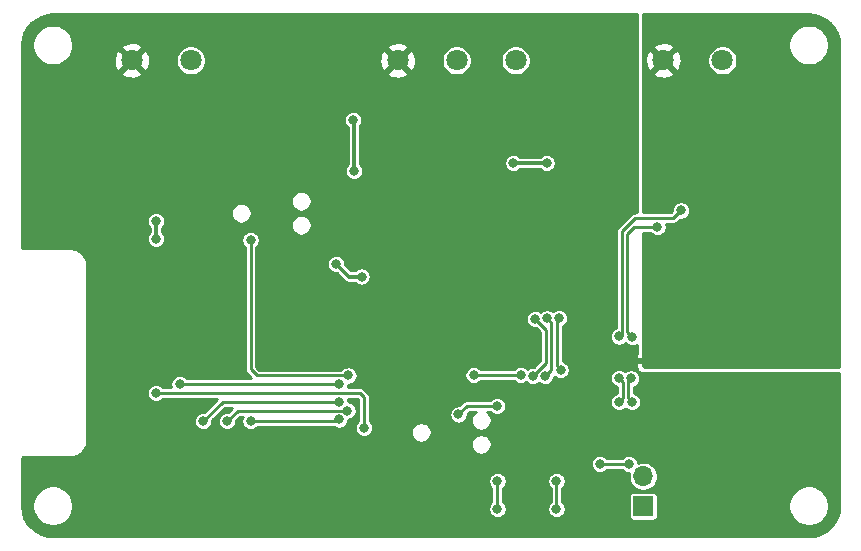
<source format=gbr>
%TF.GenerationSoftware,KiCad,Pcbnew,5.1.10*%
%TF.CreationDate,2021-06-21T15:48:10-04:00*%
%TF.ProjectId,CANalog,43414e61-6c6f-4672-9e6b-696361645f70,rev?*%
%TF.SameCoordinates,PX5b8d800PY848f8c0*%
%TF.FileFunction,Copper,L2,Bot*%
%TF.FilePolarity,Positive*%
%FSLAX46Y46*%
G04 Gerber Fmt 4.6, Leading zero omitted, Abs format (unit mm)*
G04 Created by KiCad (PCBNEW 5.1.10) date 2021-06-21 15:48:10*
%MOMM*%
%LPD*%
G01*
G04 APERTURE LIST*
%TA.AperFunction,EtchedComponent*%
%ADD10C,0.100000*%
%TD*%
%TA.AperFunction,SMDPad,CuDef*%
%ADD11C,0.500000*%
%TD*%
%TA.AperFunction,ComponentPad*%
%ADD12O,1.700000X1.700000*%
%TD*%
%TA.AperFunction,ComponentPad*%
%ADD13R,1.700000X1.700000*%
%TD*%
%TA.AperFunction,ComponentPad*%
%ADD14C,1.800000*%
%TD*%
%TA.AperFunction,ViaPad*%
%ADD15C,0.800000*%
%TD*%
%TA.AperFunction,Conductor*%
%ADD16C,0.700000*%
%TD*%
%TA.AperFunction,Conductor*%
%ADD17C,0.300000*%
%TD*%
%TA.AperFunction,Conductor*%
%ADD18C,0.250000*%
%TD*%
%TA.AperFunction,Conductor*%
%ADD19C,0.254000*%
%TD*%
%TA.AperFunction,Conductor*%
%ADD20C,0.100000*%
%TD*%
G04 APERTURE END LIST*
D10*
%TO.C,NT1*%
G36*
X-18750000Y-31000000D02*
G01*
X-17750000Y-31000000D01*
X-17750000Y-30500000D01*
X-18750000Y-30500000D01*
X-18750000Y-31000000D01*
G37*
%TD*%
D11*
%TO.P,NT1,2*%
%TO.N,GNDA*%
X-17750000Y-30750000D03*
%TO.P,NT1,1*%
%TO.N,GND*%
X-18750000Y-30750000D03*
%TD*%
D12*
%TO.P,JP2,2*%
%TO.N,/BOOT0*%
X-18000000Y-40510000D03*
D13*
%TO.P,JP2,1*%
%TO.N,Net-(JP2-Pad1)*%
X-18000000Y-43050000D03*
%TD*%
D14*
%TO.P,J7,2*%
%TO.N,/CANL*%
X-33800000Y-5300000D03*
%TO.P,J7,1*%
%TO.N,/CANH*%
X-28800000Y-5300000D03*
%TO.P,J7,3*%
%TO.N,GND*%
X-38800000Y-5300000D03*
%TD*%
%TO.P,J6,2*%
%TO.N,GNDA*%
X-16300000Y-5300000D03*
%TO.P,J6,1*%
%TO.N,Net-(J6-Pad1)*%
X-11300000Y-5300000D03*
%TD*%
%TO.P,J1,2*%
%TO.N,GND*%
X-61300000Y-5300000D03*
%TO.P,J1,1*%
%TO.N,Net-(J1-Pad1)*%
X-56300000Y-5300000D03*
%TD*%
D15*
%TO.N,GND*%
X-63100000Y-12000000D03*
X-52375000Y-12625000D03*
X-53675000Y-12625000D03*
X-44700000Y-13650000D03*
X-43700000Y-13650000D03*
X-39300000Y-12500000D03*
X-60500000Y-17200000D03*
X-61500000Y-17200000D03*
X-48000000Y-21500000D03*
X-48000000Y-23200000D03*
X-35350000Y-11475000D03*
X-29000000Y-15175000D03*
X-63250000Y-43850000D03*
X-41850000Y-18550000D03*
X-42450010Y-37050000D03*
X-39100000Y-16550000D03*
X-33100000Y-11774998D03*
X-28750000Y-34250000D03*
X-21850000Y-33000000D03*
X-20700000Y-25950000D03*
X-21699994Y-40899994D03*
X-13050000Y-38950000D03*
X-23900000Y-4800000D03*
X-23900000Y-7650000D03*
X-31700000Y-40900000D03*
X-12850000Y-40250000D03*
X-3350000Y-34250000D03*
X-8900000Y-36250000D03*
X-26622938Y-40829513D03*
X-33000000Y-38450000D03*
X-45975000Y-41875000D03*
X-20825000Y-18225000D03*
X-23875000Y-10475000D03*
X-28475000Y-23750000D03*
X-37550000Y-23900000D03*
X-21875000Y-22000000D03*
X-23500000Y-25650000D03*
X-50575000Y-3225000D03*
X-65575000Y-16150000D03*
X-44725000Y-3225000D03*
X-17200000Y-37175000D03*
%TO.N,GNDA*%
X-8900000Y-29750000D03*
X-13100000Y-30500000D03*
X-12300000Y-10500000D03*
X-8000000Y-15000000D03*
X-6000000Y-14950000D03*
X-9500000Y-19700000D03*
%TO.N,+5V*%
X-42550000Y-10350000D03*
X-42500000Y-14649980D03*
%TO.N,STM_RESET*%
X-59250000Y-33450000D03*
X-41650000Y-36425000D03*
X-19225000Y-39450000D03*
X-21675000Y-39450000D03*
%TO.N,Net-(D8-Pad1)*%
X-30350000Y-43300000D03*
X-30350000Y-40900000D03*
%TO.N,Net-(D9-Pad1)*%
X-25350000Y-43300000D03*
X-25350000Y-40900000D03*
%TO.N,/SWCLK*%
X-33650000Y-35275019D03*
X-30381645Y-34568355D03*
%TO.N,STM_CS*%
X-42969130Y-31975000D03*
X-51250000Y-20500000D03*
X-32360953Y-31951396D03*
X-28375000Y-31950000D03*
%TO.N,GPIO0*%
X-44000000Y-22550000D03*
X-41849990Y-23600000D03*
%TO.N,CAN_TX*%
X-27350000Y-32000000D03*
X-27150000Y-27200000D03*
%TO.N,CAN_RX*%
X-26300000Y-32000000D03*
X-26150000Y-27150000D03*
%TO.N,CAN_TERM*%
X-25000000Y-31500000D03*
X-25125000Y-27125000D03*
%TO.N,MOSI*%
X-51250000Y-35850000D03*
X-43750000Y-35700000D03*
%TO.N,MISO*%
X-43050000Y-34950000D03*
X-53250000Y-35850000D03*
%TO.N,SCLK*%
X-55250000Y-35850000D03*
X-43750000Y-34200000D03*
%TO.N,STM_RDY*%
X-43750000Y-32700000D03*
X-57250000Y-32700000D03*
%TO.N,Net-(R26-Pad2)*%
X-26182024Y-13971104D03*
X-29000000Y-13975000D03*
%TO.N,/GPIO15*%
X-59250000Y-18900000D03*
X-59250000Y-20400000D03*
%TO.N,I2C_SCL*%
X-14800000Y-18000000D03*
X-20050000Y-34225000D03*
X-20050000Y-32175000D03*
X-20050000Y-28675000D03*
%TO.N,I2C_SDA*%
X-16800000Y-19400000D03*
X-18925000Y-28700000D03*
X-18950000Y-34225000D03*
X-19050000Y-32225000D03*
%TD*%
D16*
%TO.N,GND*%
X-18750000Y-30750000D02*
X-18750000Y-29825000D01*
X-18750000Y-30750000D02*
X-18750000Y-31200000D01*
%TO.N,GNDA*%
X-17750000Y-30750000D02*
X-17750000Y-29850000D01*
X-17750000Y-29850000D02*
X-17750000Y-31050000D01*
X-17750000Y-31050000D02*
X-16775000Y-31050000D01*
D17*
%TO.N,+5V*%
X-42500000Y-10400000D02*
X-42550000Y-10350000D01*
X-42500000Y-14649980D02*
X-42500000Y-10400000D01*
D18*
%TO.N,STM_RESET*%
X-59250000Y-33450000D02*
X-44150000Y-33450000D01*
X-41650000Y-36425000D02*
X-41650000Y-33800000D01*
X-42000000Y-33450000D02*
X-44150000Y-33450000D01*
X-41650000Y-33800000D02*
X-42000000Y-33450000D01*
X-21675000Y-39450000D02*
X-19225000Y-39450000D01*
%TO.N,Net-(D8-Pad1)*%
X-30350000Y-43300000D02*
X-30350000Y-40900000D01*
%TO.N,Net-(D9-Pad1)*%
X-25350000Y-43300000D02*
X-25350000Y-40900000D01*
%TO.N,/SWCLK*%
X-33650000Y-35275019D02*
X-32924981Y-34550000D01*
X-30400000Y-34550000D02*
X-30381645Y-34568355D01*
X-32924981Y-34550000D02*
X-30400000Y-34550000D01*
%TO.N,STM_CS*%
X-51250000Y-31450000D02*
X-50725000Y-31975000D01*
X-51250000Y-20500000D02*
X-51250000Y-31450000D01*
X-50725000Y-31975000D02*
X-42969130Y-31975000D01*
X-28376396Y-31951396D02*
X-32360953Y-31951396D01*
X-28375000Y-31950000D02*
X-28376396Y-31951396D01*
D17*
%TO.N,GPIO0*%
X-42950000Y-23600000D02*
X-41849990Y-23600000D01*
X-44000000Y-22550000D02*
X-42950000Y-23600000D01*
D18*
%TO.N,CAN_TX*%
X-26250000Y-30900000D02*
X-27350000Y-32000000D01*
X-26250000Y-28100000D02*
X-26250000Y-30900000D01*
X-27150000Y-27200000D02*
X-26250000Y-28100000D01*
%TO.N,CAN_RX*%
X-25770137Y-31470137D02*
X-26300000Y-32000000D01*
X-26150000Y-27150000D02*
X-25770137Y-27529863D01*
X-25770137Y-27529863D02*
X-25770137Y-31470137D01*
%TO.N,CAN_TERM*%
X-25300000Y-31200000D02*
X-25000000Y-31500000D01*
X-25300000Y-27300000D02*
X-25300000Y-31200000D01*
X-25125000Y-27125000D02*
X-25300000Y-27300000D01*
%TO.N,MOSI*%
X-43900000Y-35850000D02*
X-51250000Y-35850000D01*
X-43750000Y-35700000D02*
X-43900000Y-35850000D01*
%TO.N,MISO*%
X-52350000Y-34950000D02*
X-43050000Y-34950000D01*
X-53250000Y-35850000D02*
X-52350000Y-34950000D01*
%TO.N,SCLK*%
X-53600000Y-34200000D02*
X-55250000Y-35850000D01*
X-43750000Y-34200000D02*
X-53600000Y-34200000D01*
%TO.N,STM_RDY*%
X-43750000Y-32700000D02*
X-57250000Y-32700000D01*
D17*
%TO.N,Net-(R26-Pad2)*%
X-28996104Y-13971104D02*
X-29000000Y-13975000D01*
X-26182024Y-13971104D02*
X-28996104Y-13971104D01*
%TO.N,/GPIO15*%
X-59250000Y-18900000D02*
X-59250000Y-20400000D01*
D18*
%TO.N,I2C_SCL*%
X-19725000Y-33900000D02*
X-20050000Y-34225000D01*
X-19725000Y-32500000D02*
X-19725000Y-33900000D01*
X-20050000Y-32175000D02*
X-19725000Y-32500000D01*
X-18700000Y-18675000D02*
X-15475000Y-18675000D01*
X-19800000Y-19775000D02*
X-18700000Y-18675000D01*
X-15475000Y-18675000D02*
X-14800000Y-18000000D01*
X-19800000Y-28425000D02*
X-19800000Y-19775000D01*
X-20050000Y-28675000D02*
X-19800000Y-28425000D01*
%TO.N,I2C_SDA*%
X-18750000Y-19400000D02*
X-16800000Y-19400000D01*
X-19350000Y-20000000D02*
X-18750000Y-19400000D01*
X-19350000Y-28275000D02*
X-19350000Y-20000000D01*
X-18925000Y-28700000D02*
X-19350000Y-28275000D01*
X-19275000Y-32450000D02*
X-19275000Y-33900000D01*
X-19050000Y-32225000D02*
X-19275000Y-32450000D01*
X-19275000Y-33900000D02*
X-18950000Y-34225000D01*
%TD*%
D19*
%TO.N,GND*%
X-18527000Y-18173000D02*
X-18675357Y-18173000D01*
X-18700000Y-18170573D01*
X-18724643Y-18173000D01*
X-18724653Y-18173000D01*
X-18798409Y-18180264D01*
X-18893036Y-18208969D01*
X-18980245Y-18255583D01*
X-18980247Y-18255584D01*
X-18980246Y-18255584D01*
X-19010296Y-18280246D01*
X-19056684Y-18318316D01*
X-19072397Y-18337462D01*
X-20137537Y-19402603D01*
X-20156683Y-19418316D01*
X-20172396Y-19437462D01*
X-20172399Y-19437465D01*
X-20219416Y-19494755D01*
X-20266030Y-19581964D01*
X-20294735Y-19676591D01*
X-20304427Y-19775000D01*
X-20301999Y-19799653D01*
X-20302000Y-27938362D01*
X-20418048Y-27986431D01*
X-20545309Y-28071464D01*
X-20653536Y-28179691D01*
X-20738569Y-28306952D01*
X-20797141Y-28448357D01*
X-20827000Y-28598472D01*
X-20827000Y-28751528D01*
X-20797141Y-28901643D01*
X-20738569Y-29043048D01*
X-20653536Y-29170309D01*
X-20545309Y-29278536D01*
X-20418048Y-29363569D01*
X-20276643Y-29422141D01*
X-20126528Y-29452000D01*
X-19973472Y-29452000D01*
X-19823357Y-29422141D01*
X-19681952Y-29363569D01*
X-19554691Y-29278536D01*
X-19500000Y-29223845D01*
X-19420309Y-29303536D01*
X-19293048Y-29388569D01*
X-19151643Y-29447141D01*
X-19001528Y-29477000D01*
X-18848472Y-29477000D01*
X-18698357Y-29447141D01*
X-18556952Y-29388569D01*
X-18527000Y-29368556D01*
X-18527000Y-30123000D01*
X-18750000Y-30123000D01*
X-18785308Y-30126462D01*
X-18820643Y-30129678D01*
X-18821910Y-30130051D01*
X-18823226Y-30130180D01*
X-18857225Y-30140445D01*
X-18891227Y-30150452D01*
X-18892396Y-30151063D01*
X-18893664Y-30151446D01*
X-18925034Y-30168126D01*
X-18956431Y-30184540D01*
X-18957460Y-30185368D01*
X-18958629Y-30185989D01*
X-18986142Y-30208428D01*
X-19013773Y-30230644D01*
X-19014623Y-30231657D01*
X-19015647Y-30232492D01*
X-19038243Y-30259806D01*
X-19061068Y-30287007D01*
X-19061706Y-30288167D01*
X-19062547Y-30289184D01*
X-19079393Y-30320340D01*
X-19096514Y-30351484D01*
X-19096914Y-30352746D01*
X-19097542Y-30353907D01*
X-19108015Y-30387738D01*
X-19118762Y-30421617D01*
X-19118910Y-30422933D01*
X-19119300Y-30424194D01*
X-19123010Y-30459488D01*
X-19126963Y-30494736D01*
X-19126981Y-30497271D01*
X-19126991Y-30497368D01*
X-19126982Y-30497465D01*
X-19127000Y-30500000D01*
X-19127000Y-31000000D01*
X-19123538Y-31035308D01*
X-19120322Y-31070643D01*
X-19119949Y-31071910D01*
X-19119820Y-31073226D01*
X-19109555Y-31107225D01*
X-19099548Y-31141227D01*
X-19098937Y-31142396D01*
X-19098554Y-31143664D01*
X-19081874Y-31175034D01*
X-19065460Y-31206431D01*
X-19064632Y-31207460D01*
X-19064011Y-31208629D01*
X-19041572Y-31236142D01*
X-19019356Y-31263773D01*
X-19018343Y-31264623D01*
X-19017508Y-31265647D01*
X-18990194Y-31288243D01*
X-18962993Y-31311068D01*
X-18961833Y-31311706D01*
X-18960816Y-31312547D01*
X-18929660Y-31329393D01*
X-18898516Y-31346514D01*
X-18897254Y-31346914D01*
X-18896093Y-31347542D01*
X-18862262Y-31358015D01*
X-18828383Y-31368762D01*
X-18827067Y-31368910D01*
X-18825806Y-31369300D01*
X-18790512Y-31373010D01*
X-18755264Y-31376963D01*
X-18752729Y-31376981D01*
X-18752632Y-31376991D01*
X-18752535Y-31376982D01*
X-18750000Y-31377000D01*
X-18527000Y-31377000D01*
X-18527000Y-31400000D01*
X-18519756Y-31473549D01*
X-18498303Y-31544272D01*
X-18463464Y-31609450D01*
X-18416579Y-31666579D01*
X-18359450Y-31713464D01*
X-18294272Y-31748303D01*
X-18223549Y-31769756D01*
X-18150000Y-31777000D01*
X-17785708Y-31777000D01*
X-17750000Y-31780517D01*
X-17714292Y-31777000D01*
X-1401999Y-31777000D01*
X-1401999Y-42980333D01*
X-1453369Y-43504243D01*
X-1599813Y-43989288D01*
X-1837676Y-44436646D01*
X-2157904Y-44829282D01*
X-2548294Y-45152241D01*
X-2993982Y-45393223D01*
X-3477987Y-45543048D01*
X-4000820Y-45598000D01*
X-67980343Y-45598000D01*
X-68504243Y-45546631D01*
X-68989288Y-45400187D01*
X-69436646Y-45162324D01*
X-69829282Y-44842096D01*
X-70152241Y-44451706D01*
X-70393223Y-44006018D01*
X-70543048Y-43522013D01*
X-70598000Y-42999180D01*
X-70598000Y-42829905D01*
X-69727000Y-42829905D01*
X-69727000Y-43170095D01*
X-69660632Y-43503747D01*
X-69530447Y-43818041D01*
X-69341448Y-44100898D01*
X-69100898Y-44341448D01*
X-68818041Y-44530447D01*
X-68503747Y-44660632D01*
X-68170095Y-44727000D01*
X-67829905Y-44727000D01*
X-67496253Y-44660632D01*
X-67181959Y-44530447D01*
X-66899102Y-44341448D01*
X-66658552Y-44100898D01*
X-66469553Y-43818041D01*
X-66339368Y-43503747D01*
X-66273000Y-43170095D01*
X-66273000Y-42829905D01*
X-66339368Y-42496253D01*
X-66469553Y-42181959D01*
X-66658552Y-41899102D01*
X-66899102Y-41658552D01*
X-67181959Y-41469553D01*
X-67496253Y-41339368D01*
X-67829905Y-41273000D01*
X-68170095Y-41273000D01*
X-68503747Y-41339368D01*
X-68818041Y-41469553D01*
X-69100898Y-41658552D01*
X-69341448Y-41899102D01*
X-69530447Y-42181959D01*
X-69660632Y-42496253D01*
X-69727000Y-42829905D01*
X-70598000Y-42829905D01*
X-70598000Y-40823472D01*
X-31127000Y-40823472D01*
X-31127000Y-40976528D01*
X-31097141Y-41126643D01*
X-31038569Y-41268048D01*
X-30953536Y-41395309D01*
X-30851999Y-41496846D01*
X-30852000Y-42703155D01*
X-30953536Y-42804691D01*
X-31038569Y-42931952D01*
X-31097141Y-43073357D01*
X-31127000Y-43223472D01*
X-31127000Y-43376528D01*
X-31097141Y-43526643D01*
X-31038569Y-43668048D01*
X-30953536Y-43795309D01*
X-30845309Y-43903536D01*
X-30718048Y-43988569D01*
X-30576643Y-44047141D01*
X-30426528Y-44077000D01*
X-30273472Y-44077000D01*
X-30123357Y-44047141D01*
X-29981952Y-43988569D01*
X-29854691Y-43903536D01*
X-29746464Y-43795309D01*
X-29661431Y-43668048D01*
X-29602859Y-43526643D01*
X-29573000Y-43376528D01*
X-29573000Y-43223472D01*
X-29602859Y-43073357D01*
X-29661431Y-42931952D01*
X-29746464Y-42804691D01*
X-29848000Y-42703155D01*
X-29848000Y-41496845D01*
X-29746464Y-41395309D01*
X-29661431Y-41268048D01*
X-29602859Y-41126643D01*
X-29573000Y-40976528D01*
X-29573000Y-40823472D01*
X-26127000Y-40823472D01*
X-26127000Y-40976528D01*
X-26097141Y-41126643D01*
X-26038569Y-41268048D01*
X-25953536Y-41395309D01*
X-25851999Y-41496846D01*
X-25852000Y-42703155D01*
X-25953536Y-42804691D01*
X-26038569Y-42931952D01*
X-26097141Y-43073357D01*
X-26127000Y-43223472D01*
X-26127000Y-43376528D01*
X-26097141Y-43526643D01*
X-26038569Y-43668048D01*
X-25953536Y-43795309D01*
X-25845309Y-43903536D01*
X-25718048Y-43988569D01*
X-25576643Y-44047141D01*
X-25426528Y-44077000D01*
X-25273472Y-44077000D01*
X-25123357Y-44047141D01*
X-24981952Y-43988569D01*
X-24854691Y-43903536D01*
X-24746464Y-43795309D01*
X-24661431Y-43668048D01*
X-24602859Y-43526643D01*
X-24573000Y-43376528D01*
X-24573000Y-43223472D01*
X-24602859Y-43073357D01*
X-24661431Y-42931952D01*
X-24746464Y-42804691D01*
X-24848000Y-42703155D01*
X-24848000Y-42200000D01*
X-19228824Y-42200000D01*
X-19228824Y-43900000D01*
X-19221545Y-43973905D01*
X-19199988Y-44044970D01*
X-19164981Y-44110463D01*
X-19117869Y-44167869D01*
X-19060463Y-44214981D01*
X-18994970Y-44249988D01*
X-18923905Y-44271545D01*
X-18850000Y-44278824D01*
X-17150000Y-44278824D01*
X-17076095Y-44271545D01*
X-17005030Y-44249988D01*
X-16939537Y-44214981D01*
X-16882131Y-44167869D01*
X-16835019Y-44110463D01*
X-16800012Y-44044970D01*
X-16778455Y-43973905D01*
X-16771176Y-43900000D01*
X-16771176Y-42829905D01*
X-5727000Y-42829905D01*
X-5727000Y-43170095D01*
X-5660632Y-43503747D01*
X-5530447Y-43818041D01*
X-5341448Y-44100898D01*
X-5100898Y-44341448D01*
X-4818041Y-44530447D01*
X-4503747Y-44660632D01*
X-4170095Y-44727000D01*
X-3829905Y-44727000D01*
X-3496253Y-44660632D01*
X-3181959Y-44530447D01*
X-2899102Y-44341448D01*
X-2658552Y-44100898D01*
X-2469553Y-43818041D01*
X-2339368Y-43503747D01*
X-2273000Y-43170095D01*
X-2273000Y-42829905D01*
X-2339368Y-42496253D01*
X-2469553Y-42181959D01*
X-2658552Y-41899102D01*
X-2899102Y-41658552D01*
X-3181959Y-41469553D01*
X-3496253Y-41339368D01*
X-3829905Y-41273000D01*
X-4170095Y-41273000D01*
X-4503747Y-41339368D01*
X-4818041Y-41469553D01*
X-5100898Y-41658552D01*
X-5341448Y-41899102D01*
X-5530447Y-42181959D01*
X-5660632Y-42496253D01*
X-5727000Y-42829905D01*
X-16771176Y-42829905D01*
X-16771176Y-42200000D01*
X-16778455Y-42126095D01*
X-16800012Y-42055030D01*
X-16835019Y-41989537D01*
X-16882131Y-41932131D01*
X-16939537Y-41885019D01*
X-17005030Y-41850012D01*
X-17076095Y-41828455D01*
X-17150000Y-41821176D01*
X-18850000Y-41821176D01*
X-18923905Y-41828455D01*
X-18994970Y-41850012D01*
X-19060463Y-41885019D01*
X-19117869Y-41932131D01*
X-19164981Y-41989537D01*
X-19199988Y-42055030D01*
X-19221545Y-42126095D01*
X-19228824Y-42200000D01*
X-24848000Y-42200000D01*
X-24848000Y-41496845D01*
X-24746464Y-41395309D01*
X-24661431Y-41268048D01*
X-24602859Y-41126643D01*
X-24573000Y-40976528D01*
X-24573000Y-40823472D01*
X-24602859Y-40673357D01*
X-24661431Y-40531952D01*
X-24746464Y-40404691D01*
X-24854691Y-40296464D01*
X-24981952Y-40211431D01*
X-25123357Y-40152859D01*
X-25273472Y-40123000D01*
X-25426528Y-40123000D01*
X-25576643Y-40152859D01*
X-25718048Y-40211431D01*
X-25845309Y-40296464D01*
X-25953536Y-40404691D01*
X-26038569Y-40531952D01*
X-26097141Y-40673357D01*
X-26127000Y-40823472D01*
X-29573000Y-40823472D01*
X-29602859Y-40673357D01*
X-29661431Y-40531952D01*
X-29746464Y-40404691D01*
X-29854691Y-40296464D01*
X-29981952Y-40211431D01*
X-30123357Y-40152859D01*
X-30273472Y-40123000D01*
X-30426528Y-40123000D01*
X-30576643Y-40152859D01*
X-30718048Y-40211431D01*
X-30845309Y-40296464D01*
X-30953536Y-40404691D01*
X-31038569Y-40531952D01*
X-31097141Y-40673357D01*
X-31127000Y-40823472D01*
X-70598000Y-40823472D01*
X-70598000Y-39373472D01*
X-22452000Y-39373472D01*
X-22452000Y-39526528D01*
X-22422141Y-39676643D01*
X-22363569Y-39818048D01*
X-22278536Y-39945309D01*
X-22170309Y-40053536D01*
X-22043048Y-40138569D01*
X-21901643Y-40197141D01*
X-21751528Y-40227000D01*
X-21598472Y-40227000D01*
X-21448357Y-40197141D01*
X-21306952Y-40138569D01*
X-21179691Y-40053536D01*
X-21078155Y-39952000D01*
X-19821845Y-39952000D01*
X-19720309Y-40053536D01*
X-19593048Y-40138569D01*
X-19451643Y-40197141D01*
X-19301528Y-40227000D01*
X-19194746Y-40227000D01*
X-19227000Y-40389151D01*
X-19227000Y-40630849D01*
X-19179847Y-40867903D01*
X-19087353Y-41091202D01*
X-18953073Y-41292167D01*
X-18782167Y-41463073D01*
X-18581202Y-41597353D01*
X-18357903Y-41689847D01*
X-18120849Y-41737000D01*
X-17879151Y-41737000D01*
X-17642097Y-41689847D01*
X-17418798Y-41597353D01*
X-17217833Y-41463073D01*
X-17046927Y-41292167D01*
X-16912647Y-41091202D01*
X-16820153Y-40867903D01*
X-16773000Y-40630849D01*
X-16773000Y-40389151D01*
X-16820153Y-40152097D01*
X-16912647Y-39928798D01*
X-17046927Y-39727833D01*
X-17217833Y-39556927D01*
X-17418798Y-39422647D01*
X-17642097Y-39330153D01*
X-17879151Y-39283000D01*
X-18120849Y-39283000D01*
X-18357903Y-39330153D01*
X-18449102Y-39367929D01*
X-18477859Y-39223357D01*
X-18536431Y-39081952D01*
X-18621464Y-38954691D01*
X-18729691Y-38846464D01*
X-18856952Y-38761431D01*
X-18998357Y-38702859D01*
X-19148472Y-38673000D01*
X-19301528Y-38673000D01*
X-19451643Y-38702859D01*
X-19593048Y-38761431D01*
X-19720309Y-38846464D01*
X-19821845Y-38948000D01*
X-21078155Y-38948000D01*
X-21179691Y-38846464D01*
X-21306952Y-38761431D01*
X-21448357Y-38702859D01*
X-21598472Y-38673000D01*
X-21751528Y-38673000D01*
X-21901643Y-38702859D01*
X-22043048Y-38761431D01*
X-22170309Y-38846464D01*
X-22278536Y-38954691D01*
X-22363569Y-39081952D01*
X-22422141Y-39223357D01*
X-22452000Y-39373472D01*
X-70598000Y-39373472D01*
X-70598000Y-39019665D01*
X-70594242Y-38981337D01*
X-70588824Y-38963391D01*
X-70580021Y-38946834D01*
X-70568171Y-38932305D01*
X-70553721Y-38920352D01*
X-70537228Y-38911434D01*
X-70519320Y-38905890D01*
X-70482308Y-38902000D01*
X-66480253Y-38902000D01*
X-66462777Y-38900279D01*
X-66456584Y-38900322D01*
X-66450997Y-38899774D01*
X-66256901Y-38879373D01*
X-66221202Y-38872045D01*
X-66185421Y-38865220D01*
X-66180050Y-38863598D01*
X-66180044Y-38863596D01*
X-65993610Y-38805885D01*
X-65960013Y-38791762D01*
X-65926240Y-38778117D01*
X-65921284Y-38775482D01*
X-65749607Y-38682657D01*
X-65719420Y-38662296D01*
X-65688912Y-38642332D01*
X-65684562Y-38638784D01*
X-65534184Y-38514380D01*
X-65508497Y-38488514D01*
X-65482479Y-38463035D01*
X-65478901Y-38458710D01*
X-65355551Y-38307468D01*
X-65335383Y-38277112D01*
X-65314803Y-38247057D01*
X-65312137Y-38242124D01*
X-65312134Y-38242120D01*
X-65312132Y-38242116D01*
X-65220509Y-38069797D01*
X-65206622Y-38036106D01*
X-65192271Y-38002623D01*
X-65190611Y-37997261D01*
X-65134202Y-37810424D01*
X-65127125Y-37774680D01*
X-65119550Y-37739045D01*
X-65118964Y-37733463D01*
X-65118633Y-37730086D01*
X-32582300Y-37730086D01*
X-32582300Y-37901914D01*
X-32548778Y-38070441D01*
X-32483023Y-38229189D01*
X-32387560Y-38372059D01*
X-32266059Y-38493560D01*
X-32123189Y-38589023D01*
X-31964441Y-38654778D01*
X-31795914Y-38688300D01*
X-31624086Y-38688300D01*
X-31455559Y-38654778D01*
X-31296811Y-38589023D01*
X-31153941Y-38493560D01*
X-31032440Y-38372059D01*
X-30936977Y-38229189D01*
X-30871222Y-38070441D01*
X-30837700Y-37901914D01*
X-30837700Y-37730086D01*
X-30871222Y-37561559D01*
X-30936977Y-37402811D01*
X-31032440Y-37259941D01*
X-31153941Y-37138440D01*
X-31296811Y-37042977D01*
X-31455559Y-36977222D01*
X-31624086Y-36943700D01*
X-31795914Y-36943700D01*
X-31964441Y-36977222D01*
X-32123189Y-37042977D01*
X-32266059Y-37138440D01*
X-32387560Y-37259941D01*
X-32483023Y-37402811D01*
X-32548778Y-37561559D01*
X-32582300Y-37730086D01*
X-65118633Y-37730086D01*
X-65099919Y-37539229D01*
X-65098000Y-37519747D01*
X-65098000Y-33373472D01*
X-60027000Y-33373472D01*
X-60027000Y-33526528D01*
X-59997141Y-33676643D01*
X-59938569Y-33818048D01*
X-59853536Y-33945309D01*
X-59745309Y-34053536D01*
X-59618048Y-34138569D01*
X-59476643Y-34197141D01*
X-59326528Y-34227000D01*
X-59173472Y-34227000D01*
X-59023357Y-34197141D01*
X-58881952Y-34138569D01*
X-58754691Y-34053536D01*
X-58653155Y-33952000D01*
X-54061935Y-33952000D01*
X-55182934Y-35073000D01*
X-55326528Y-35073000D01*
X-55476643Y-35102859D01*
X-55618048Y-35161431D01*
X-55745309Y-35246464D01*
X-55853536Y-35354691D01*
X-55938569Y-35481952D01*
X-55997141Y-35623357D01*
X-56027000Y-35773472D01*
X-56027000Y-35926528D01*
X-55997141Y-36076643D01*
X-55938569Y-36218048D01*
X-55853536Y-36345309D01*
X-55745309Y-36453536D01*
X-55618048Y-36538569D01*
X-55476643Y-36597141D01*
X-55326528Y-36627000D01*
X-55173472Y-36627000D01*
X-55023357Y-36597141D01*
X-54881952Y-36538569D01*
X-54754691Y-36453536D01*
X-54646464Y-36345309D01*
X-54561431Y-36218048D01*
X-54502859Y-36076643D01*
X-54473000Y-35926528D01*
X-54473000Y-35782934D01*
X-53392065Y-34702000D01*
X-52811935Y-34702000D01*
X-53182934Y-35073000D01*
X-53326528Y-35073000D01*
X-53476643Y-35102859D01*
X-53618048Y-35161431D01*
X-53745309Y-35246464D01*
X-53853536Y-35354691D01*
X-53938569Y-35481952D01*
X-53997141Y-35623357D01*
X-54027000Y-35773472D01*
X-54027000Y-35926528D01*
X-53997141Y-36076643D01*
X-53938569Y-36218048D01*
X-53853536Y-36345309D01*
X-53745309Y-36453536D01*
X-53618048Y-36538569D01*
X-53476643Y-36597141D01*
X-53326528Y-36627000D01*
X-53173472Y-36627000D01*
X-53023357Y-36597141D01*
X-52881952Y-36538569D01*
X-52754691Y-36453536D01*
X-52646464Y-36345309D01*
X-52561431Y-36218048D01*
X-52502859Y-36076643D01*
X-52473000Y-35926528D01*
X-52473000Y-35782934D01*
X-52142065Y-35452000D01*
X-51918556Y-35452000D01*
X-51938569Y-35481952D01*
X-51997141Y-35623357D01*
X-52027000Y-35773472D01*
X-52027000Y-35926528D01*
X-51997141Y-36076643D01*
X-51938569Y-36218048D01*
X-51853536Y-36345309D01*
X-51745309Y-36453536D01*
X-51618048Y-36538569D01*
X-51476643Y-36597141D01*
X-51326528Y-36627000D01*
X-51173472Y-36627000D01*
X-51023357Y-36597141D01*
X-50881952Y-36538569D01*
X-50754691Y-36453536D01*
X-50653155Y-36352000D01*
X-44172777Y-36352000D01*
X-44118048Y-36388569D01*
X-43976643Y-36447141D01*
X-43826528Y-36477000D01*
X-43673472Y-36477000D01*
X-43523357Y-36447141D01*
X-43381952Y-36388569D01*
X-43254691Y-36303536D01*
X-43146464Y-36195309D01*
X-43061431Y-36068048D01*
X-43002859Y-35926643D01*
X-42973000Y-35776528D01*
X-42973000Y-35726906D01*
X-42823357Y-35697141D01*
X-42681952Y-35638569D01*
X-42554691Y-35553536D01*
X-42446464Y-35445309D01*
X-42361431Y-35318048D01*
X-42302859Y-35176643D01*
X-42273000Y-35026528D01*
X-42273000Y-34873472D01*
X-42302859Y-34723357D01*
X-42361431Y-34581952D01*
X-42446464Y-34454691D01*
X-42554691Y-34346464D01*
X-42681952Y-34261431D01*
X-42823357Y-34202859D01*
X-42973000Y-34173094D01*
X-42973000Y-34123472D01*
X-43002859Y-33973357D01*
X-43011705Y-33952000D01*
X-42207935Y-33952000D01*
X-42151999Y-34007936D01*
X-42152000Y-35828155D01*
X-42253536Y-35929691D01*
X-42338569Y-36056952D01*
X-42397141Y-36198357D01*
X-42427000Y-36348472D01*
X-42427000Y-36501528D01*
X-42397141Y-36651643D01*
X-42338569Y-36793048D01*
X-42253536Y-36920309D01*
X-42145309Y-37028536D01*
X-42018048Y-37113569D01*
X-41876643Y-37172141D01*
X-41726528Y-37202000D01*
X-41573472Y-37202000D01*
X-41423357Y-37172141D01*
X-41281952Y-37113569D01*
X-41154691Y-37028536D01*
X-41046464Y-36920309D01*
X-40961431Y-36793048D01*
X-40928724Y-36714086D01*
X-37662300Y-36714086D01*
X-37662300Y-36885914D01*
X-37628778Y-37054441D01*
X-37563023Y-37213189D01*
X-37467560Y-37356059D01*
X-37346059Y-37477560D01*
X-37203189Y-37573023D01*
X-37044441Y-37638778D01*
X-36875914Y-37672300D01*
X-36704086Y-37672300D01*
X-36535559Y-37638778D01*
X-36376811Y-37573023D01*
X-36233941Y-37477560D01*
X-36112440Y-37356059D01*
X-36016977Y-37213189D01*
X-35951222Y-37054441D01*
X-35917700Y-36885914D01*
X-35917700Y-36714086D01*
X-35951222Y-36545559D01*
X-36016977Y-36386811D01*
X-36112440Y-36243941D01*
X-36233941Y-36122440D01*
X-36376811Y-36026977D01*
X-36535559Y-35961222D01*
X-36704086Y-35927700D01*
X-36875914Y-35927700D01*
X-37044441Y-35961222D01*
X-37203189Y-36026977D01*
X-37346059Y-36122440D01*
X-37467560Y-36243941D01*
X-37563023Y-36386811D01*
X-37628778Y-36545559D01*
X-37662300Y-36714086D01*
X-40928724Y-36714086D01*
X-40902859Y-36651643D01*
X-40873000Y-36501528D01*
X-40873000Y-36348472D01*
X-40902859Y-36198357D01*
X-40961431Y-36056952D01*
X-41046464Y-35929691D01*
X-41148000Y-35828155D01*
X-41148000Y-35198491D01*
X-34427000Y-35198491D01*
X-34427000Y-35351547D01*
X-34397141Y-35501662D01*
X-34338569Y-35643067D01*
X-34253536Y-35770328D01*
X-34145309Y-35878555D01*
X-34018048Y-35963588D01*
X-33876643Y-36022160D01*
X-33726528Y-36052019D01*
X-33573472Y-36052019D01*
X-33423357Y-36022160D01*
X-33281952Y-35963588D01*
X-33154691Y-35878555D01*
X-33046464Y-35770328D01*
X-32961431Y-35643067D01*
X-32902859Y-35501662D01*
X-32873000Y-35351547D01*
X-32873000Y-35207954D01*
X-32717045Y-35052000D01*
X-32184584Y-35052000D01*
X-32266059Y-35106440D01*
X-32387560Y-35227941D01*
X-32483023Y-35370811D01*
X-32548778Y-35529559D01*
X-32582300Y-35698086D01*
X-32582300Y-35869914D01*
X-32548778Y-36038441D01*
X-32483023Y-36197189D01*
X-32387560Y-36340059D01*
X-32266059Y-36461560D01*
X-32123189Y-36557023D01*
X-31964441Y-36622778D01*
X-31795914Y-36656300D01*
X-31624086Y-36656300D01*
X-31455559Y-36622778D01*
X-31296811Y-36557023D01*
X-31153941Y-36461560D01*
X-31032440Y-36340059D01*
X-30936977Y-36197189D01*
X-30871222Y-36038441D01*
X-30837700Y-35869914D01*
X-30837700Y-35698086D01*
X-30871222Y-35529559D01*
X-30936977Y-35370811D01*
X-31032440Y-35227941D01*
X-31153941Y-35106440D01*
X-31235416Y-35052000D01*
X-30992975Y-35052000D01*
X-30985181Y-35063664D01*
X-30876954Y-35171891D01*
X-30749693Y-35256924D01*
X-30608288Y-35315496D01*
X-30458173Y-35345355D01*
X-30305117Y-35345355D01*
X-30155002Y-35315496D01*
X-30013597Y-35256924D01*
X-29886336Y-35171891D01*
X-29778109Y-35063664D01*
X-29693076Y-34936403D01*
X-29634504Y-34794998D01*
X-29604645Y-34644883D01*
X-29604645Y-34491827D01*
X-29634504Y-34341712D01*
X-29693076Y-34200307D01*
X-29778109Y-34073046D01*
X-29886336Y-33964819D01*
X-30013597Y-33879786D01*
X-30155002Y-33821214D01*
X-30305117Y-33791355D01*
X-30458173Y-33791355D01*
X-30608288Y-33821214D01*
X-30749693Y-33879786D01*
X-30876954Y-33964819D01*
X-30960135Y-34048000D01*
X-32900338Y-34048000D01*
X-32924981Y-34045573D01*
X-32949624Y-34048000D01*
X-32949634Y-34048000D01*
X-33023390Y-34055264D01*
X-33118017Y-34083969D01*
X-33158613Y-34105668D01*
X-33205227Y-34130583D01*
X-33262517Y-34177600D01*
X-33262525Y-34177608D01*
X-33281665Y-34193316D01*
X-33297374Y-34212457D01*
X-33582935Y-34498019D01*
X-33726528Y-34498019D01*
X-33876643Y-34527878D01*
X-34018048Y-34586450D01*
X-34145309Y-34671483D01*
X-34253536Y-34779710D01*
X-34338569Y-34906971D01*
X-34397141Y-35048376D01*
X-34427000Y-35198491D01*
X-41148000Y-35198491D01*
X-41148000Y-33824643D01*
X-41145573Y-33800000D01*
X-41148000Y-33775357D01*
X-41148000Y-33775347D01*
X-41155264Y-33701591D01*
X-41183969Y-33606964D01*
X-41217989Y-33543316D01*
X-41230583Y-33519754D01*
X-41277600Y-33462464D01*
X-41277608Y-33462456D01*
X-41293316Y-33443316D01*
X-41312457Y-33427607D01*
X-41627599Y-33112467D01*
X-41643316Y-33093316D01*
X-41719755Y-33030583D01*
X-41806964Y-32983969D01*
X-41901591Y-32955264D01*
X-41975347Y-32948000D01*
X-41975357Y-32948000D01*
X-42000000Y-32945573D01*
X-42024643Y-32948000D01*
X-43011705Y-32948000D01*
X-43002859Y-32926643D01*
X-42973000Y-32776528D01*
X-42973000Y-32752000D01*
X-42892602Y-32752000D01*
X-42742487Y-32722141D01*
X-42601082Y-32663569D01*
X-42473821Y-32578536D01*
X-42365594Y-32470309D01*
X-42280561Y-32343048D01*
X-42221989Y-32201643D01*
X-42192130Y-32051528D01*
X-42192130Y-31898472D01*
X-42196825Y-31874868D01*
X-33137953Y-31874868D01*
X-33137953Y-32027924D01*
X-33108094Y-32178039D01*
X-33049522Y-32319444D01*
X-32964489Y-32446705D01*
X-32856262Y-32554932D01*
X-32729001Y-32639965D01*
X-32587596Y-32698537D01*
X-32437481Y-32728396D01*
X-32284425Y-32728396D01*
X-32134310Y-32698537D01*
X-31992905Y-32639965D01*
X-31865644Y-32554932D01*
X-31764108Y-32453396D01*
X-28970449Y-32453396D01*
X-28870309Y-32553536D01*
X-28743048Y-32638569D01*
X-28601643Y-32697141D01*
X-28451528Y-32727000D01*
X-28298472Y-32727000D01*
X-28148357Y-32697141D01*
X-28006952Y-32638569D01*
X-27889053Y-32559792D01*
X-27845309Y-32603536D01*
X-27718048Y-32688569D01*
X-27576643Y-32747141D01*
X-27426528Y-32777000D01*
X-27273472Y-32777000D01*
X-27123357Y-32747141D01*
X-26981952Y-32688569D01*
X-26854691Y-32603536D01*
X-26825000Y-32573845D01*
X-26795309Y-32603536D01*
X-26668048Y-32688569D01*
X-26526643Y-32747141D01*
X-26376528Y-32777000D01*
X-26223472Y-32777000D01*
X-26073357Y-32747141D01*
X-25931952Y-32688569D01*
X-25804691Y-32603536D01*
X-25696464Y-32495309D01*
X-25611431Y-32368048D01*
X-25552859Y-32226643D01*
X-25523000Y-32076528D01*
X-25523000Y-32075845D01*
X-25495309Y-32103536D01*
X-25368048Y-32188569D01*
X-25226643Y-32247141D01*
X-25076528Y-32277000D01*
X-24923472Y-32277000D01*
X-24773357Y-32247141D01*
X-24631952Y-32188569D01*
X-24504691Y-32103536D01*
X-24499627Y-32098472D01*
X-20827000Y-32098472D01*
X-20827000Y-32251528D01*
X-20797141Y-32401643D01*
X-20738569Y-32543048D01*
X-20653536Y-32670309D01*
X-20545309Y-32778536D01*
X-20418048Y-32863569D01*
X-20276643Y-32922141D01*
X-20227000Y-32932015D01*
X-20226999Y-33467984D01*
X-20276643Y-33477859D01*
X-20418048Y-33536431D01*
X-20545309Y-33621464D01*
X-20653536Y-33729691D01*
X-20738569Y-33856952D01*
X-20797141Y-33998357D01*
X-20827000Y-34148472D01*
X-20827000Y-34301528D01*
X-20797141Y-34451643D01*
X-20738569Y-34593048D01*
X-20653536Y-34720309D01*
X-20545309Y-34828536D01*
X-20418048Y-34913569D01*
X-20276643Y-34972141D01*
X-20126528Y-35002000D01*
X-19973472Y-35002000D01*
X-19823357Y-34972141D01*
X-19681952Y-34913569D01*
X-19554691Y-34828536D01*
X-19500000Y-34773845D01*
X-19445309Y-34828536D01*
X-19318048Y-34913569D01*
X-19176643Y-34972141D01*
X-19026528Y-35002000D01*
X-18873472Y-35002000D01*
X-18723357Y-34972141D01*
X-18581952Y-34913569D01*
X-18454691Y-34828536D01*
X-18346464Y-34720309D01*
X-18261431Y-34593048D01*
X-18202859Y-34451643D01*
X-18173000Y-34301528D01*
X-18173000Y-34148472D01*
X-18202859Y-33998357D01*
X-18261431Y-33856952D01*
X-18346464Y-33729691D01*
X-18454691Y-33621464D01*
X-18581952Y-33536431D01*
X-18723357Y-33477859D01*
X-18773000Y-33467985D01*
X-18773000Y-32951282D01*
X-18681952Y-32913569D01*
X-18554691Y-32828536D01*
X-18446464Y-32720309D01*
X-18361431Y-32593048D01*
X-18302859Y-32451643D01*
X-18273000Y-32301528D01*
X-18273000Y-32148472D01*
X-18302859Y-31998357D01*
X-18361431Y-31856952D01*
X-18446464Y-31729691D01*
X-18554691Y-31621464D01*
X-18681952Y-31536431D01*
X-18823357Y-31477859D01*
X-18973472Y-31448000D01*
X-19126528Y-31448000D01*
X-19276643Y-31477859D01*
X-19418048Y-31536431D01*
X-19520960Y-31605195D01*
X-19554691Y-31571464D01*
X-19681952Y-31486431D01*
X-19823357Y-31427859D01*
X-19973472Y-31398000D01*
X-20126528Y-31398000D01*
X-20276643Y-31427859D01*
X-20418048Y-31486431D01*
X-20545309Y-31571464D01*
X-20653536Y-31679691D01*
X-20738569Y-31806952D01*
X-20797141Y-31948357D01*
X-20827000Y-32098472D01*
X-24499627Y-32098472D01*
X-24396464Y-31995309D01*
X-24311431Y-31868048D01*
X-24252859Y-31726643D01*
X-24223000Y-31576528D01*
X-24223000Y-31423472D01*
X-24252859Y-31273357D01*
X-24311431Y-31131952D01*
X-24396464Y-31004691D01*
X-24504691Y-30896464D01*
X-24631952Y-30811431D01*
X-24773357Y-30752859D01*
X-24798000Y-30747957D01*
X-24798000Y-27830572D01*
X-24756952Y-27813569D01*
X-24629691Y-27728536D01*
X-24521464Y-27620309D01*
X-24436431Y-27493048D01*
X-24377859Y-27351643D01*
X-24348000Y-27201528D01*
X-24348000Y-27048472D01*
X-24377859Y-26898357D01*
X-24436431Y-26756952D01*
X-24521464Y-26629691D01*
X-24629691Y-26521464D01*
X-24756952Y-26436431D01*
X-24898357Y-26377859D01*
X-25048472Y-26348000D01*
X-25201528Y-26348000D01*
X-25351643Y-26377859D01*
X-25493048Y-26436431D01*
X-25620309Y-26521464D01*
X-25650000Y-26551155D01*
X-25654691Y-26546464D01*
X-25781952Y-26461431D01*
X-25923357Y-26402859D01*
X-26073472Y-26373000D01*
X-26226528Y-26373000D01*
X-26376643Y-26402859D01*
X-26518048Y-26461431D01*
X-26645309Y-26546464D01*
X-26679040Y-26580195D01*
X-26781952Y-26511431D01*
X-26923357Y-26452859D01*
X-27073472Y-26423000D01*
X-27226528Y-26423000D01*
X-27376643Y-26452859D01*
X-27518048Y-26511431D01*
X-27645309Y-26596464D01*
X-27753536Y-26704691D01*
X-27838569Y-26831952D01*
X-27897141Y-26973357D01*
X-27927000Y-27123472D01*
X-27927000Y-27276528D01*
X-27897141Y-27426643D01*
X-27838569Y-27568048D01*
X-27753536Y-27695309D01*
X-27645309Y-27803536D01*
X-27518048Y-27888569D01*
X-27376643Y-27947141D01*
X-27226528Y-27977000D01*
X-27082934Y-27977000D01*
X-26752000Y-28307935D01*
X-26751999Y-30692064D01*
X-27282934Y-31223000D01*
X-27426528Y-31223000D01*
X-27576643Y-31252859D01*
X-27718048Y-31311431D01*
X-27835947Y-31390208D01*
X-27879691Y-31346464D01*
X-28006952Y-31261431D01*
X-28148357Y-31202859D01*
X-28298472Y-31173000D01*
X-28451528Y-31173000D01*
X-28601643Y-31202859D01*
X-28743048Y-31261431D01*
X-28870309Y-31346464D01*
X-28973241Y-31449396D01*
X-31764108Y-31449396D01*
X-31865644Y-31347860D01*
X-31992905Y-31262827D01*
X-32134310Y-31204255D01*
X-32284425Y-31174396D01*
X-32437481Y-31174396D01*
X-32587596Y-31204255D01*
X-32729001Y-31262827D01*
X-32856262Y-31347860D01*
X-32964489Y-31456087D01*
X-33049522Y-31583348D01*
X-33108094Y-31724753D01*
X-33137953Y-31874868D01*
X-42196825Y-31874868D01*
X-42221989Y-31748357D01*
X-42280561Y-31606952D01*
X-42365594Y-31479691D01*
X-42473821Y-31371464D01*
X-42601082Y-31286431D01*
X-42742487Y-31227859D01*
X-42892602Y-31198000D01*
X-43045658Y-31198000D01*
X-43195773Y-31227859D01*
X-43337178Y-31286431D01*
X-43464439Y-31371464D01*
X-43565975Y-31473000D01*
X-50517065Y-31473000D01*
X-50748000Y-31242066D01*
X-50748000Y-22473472D01*
X-44777000Y-22473472D01*
X-44777000Y-22626528D01*
X-44747141Y-22776643D01*
X-44688569Y-22918048D01*
X-44603536Y-23045309D01*
X-44495309Y-23153536D01*
X-44368048Y-23238569D01*
X-44226643Y-23297141D01*
X-44076528Y-23327000D01*
X-43968289Y-23327000D01*
X-43340951Y-23954339D01*
X-43324448Y-23974448D01*
X-43244202Y-24040304D01*
X-43152650Y-24089239D01*
X-43053310Y-24119374D01*
X-42950001Y-24129549D01*
X-42924120Y-24127000D01*
X-42421835Y-24127000D01*
X-42345299Y-24203536D01*
X-42218038Y-24288569D01*
X-42076633Y-24347141D01*
X-41926518Y-24377000D01*
X-41773462Y-24377000D01*
X-41623347Y-24347141D01*
X-41481942Y-24288569D01*
X-41354681Y-24203536D01*
X-41246454Y-24095309D01*
X-41161421Y-23968048D01*
X-41102849Y-23826643D01*
X-41072990Y-23676528D01*
X-41072990Y-23523472D01*
X-41102849Y-23373357D01*
X-41161421Y-23231952D01*
X-41246454Y-23104691D01*
X-41354681Y-22996464D01*
X-41481942Y-22911431D01*
X-41623347Y-22852859D01*
X-41773462Y-22823000D01*
X-41926518Y-22823000D01*
X-42076633Y-22852859D01*
X-42218038Y-22911431D01*
X-42345299Y-22996464D01*
X-42421835Y-23073000D01*
X-42731710Y-23073000D01*
X-43223000Y-22581711D01*
X-43223000Y-22473472D01*
X-43252859Y-22323357D01*
X-43311431Y-22181952D01*
X-43396464Y-22054691D01*
X-43504691Y-21946464D01*
X-43631952Y-21861431D01*
X-43773357Y-21802859D01*
X-43923472Y-21773000D01*
X-44076528Y-21773000D01*
X-44226643Y-21802859D01*
X-44368048Y-21861431D01*
X-44495309Y-21946464D01*
X-44603536Y-22054691D01*
X-44688569Y-22181952D01*
X-44747141Y-22323357D01*
X-44777000Y-22473472D01*
X-50748000Y-22473472D01*
X-50748000Y-21096845D01*
X-50646464Y-20995309D01*
X-50561431Y-20868048D01*
X-50502859Y-20726643D01*
X-50473000Y-20576528D01*
X-50473000Y-20423472D01*
X-50502859Y-20273357D01*
X-50561431Y-20131952D01*
X-50646464Y-20004691D01*
X-50754691Y-19896464D01*
X-50881952Y-19811431D01*
X-51023357Y-19752859D01*
X-51173472Y-19723000D01*
X-51326528Y-19723000D01*
X-51476643Y-19752859D01*
X-51618048Y-19811431D01*
X-51745309Y-19896464D01*
X-51853536Y-20004691D01*
X-51938569Y-20131952D01*
X-51997141Y-20273357D01*
X-52027000Y-20423472D01*
X-52027000Y-20576528D01*
X-51997141Y-20726643D01*
X-51938569Y-20868048D01*
X-51853536Y-20995309D01*
X-51752000Y-21096845D01*
X-51751999Y-31425347D01*
X-51754427Y-31450000D01*
X-51744735Y-31548409D01*
X-51716030Y-31643036D01*
X-51669416Y-31730245D01*
X-51622399Y-31787535D01*
X-51622396Y-31787538D01*
X-51606683Y-31806684D01*
X-51587537Y-31822397D01*
X-51211935Y-32198000D01*
X-56653155Y-32198000D01*
X-56754691Y-32096464D01*
X-56881952Y-32011431D01*
X-57023357Y-31952859D01*
X-57173472Y-31923000D01*
X-57326528Y-31923000D01*
X-57476643Y-31952859D01*
X-57618048Y-32011431D01*
X-57745309Y-32096464D01*
X-57853536Y-32204691D01*
X-57938569Y-32331952D01*
X-57997141Y-32473357D01*
X-58027000Y-32623472D01*
X-58027000Y-32776528D01*
X-57997141Y-32926643D01*
X-57988295Y-32948000D01*
X-58653155Y-32948000D01*
X-58754691Y-32846464D01*
X-58881952Y-32761431D01*
X-59023357Y-32702859D01*
X-59173472Y-32673000D01*
X-59326528Y-32673000D01*
X-59476643Y-32702859D01*
X-59618048Y-32761431D01*
X-59745309Y-32846464D01*
X-59853536Y-32954691D01*
X-59938569Y-33081952D01*
X-59997141Y-33223357D01*
X-60027000Y-33373472D01*
X-65098000Y-33373472D01*
X-65098000Y-22580253D01*
X-65099721Y-22562777D01*
X-65099678Y-22556583D01*
X-65100226Y-22550997D01*
X-65120627Y-22356900D01*
X-65127958Y-22321188D01*
X-65134780Y-22285421D01*
X-65136403Y-22280048D01*
X-65136403Y-22280046D01*
X-65136405Y-22280040D01*
X-65194115Y-22093610D01*
X-65208238Y-22060013D01*
X-65221883Y-22026240D01*
X-65224518Y-22021284D01*
X-65317343Y-21849607D01*
X-65337721Y-21819395D01*
X-65357669Y-21788911D01*
X-65361216Y-21784562D01*
X-65485620Y-21634184D01*
X-65511470Y-21608514D01*
X-65536965Y-21582479D01*
X-65541290Y-21578901D01*
X-65692532Y-21455551D01*
X-65722914Y-21435365D01*
X-65752943Y-21414804D01*
X-65757880Y-21412134D01*
X-65930203Y-21320509D01*
X-65963877Y-21306630D01*
X-65997377Y-21292271D01*
X-66002739Y-21290612D01*
X-66189575Y-21234202D01*
X-66225334Y-21227122D01*
X-66260955Y-21219550D01*
X-66266538Y-21218964D01*
X-66460487Y-21199947D01*
X-66480253Y-21198000D01*
X-70480335Y-21198000D01*
X-70518663Y-21194242D01*
X-70536609Y-21188824D01*
X-70553166Y-21180021D01*
X-70567695Y-21168171D01*
X-70579648Y-21153722D01*
X-70588567Y-21137227D01*
X-70594110Y-21119319D01*
X-70598000Y-21082308D01*
X-70598000Y-18823472D01*
X-60027000Y-18823472D01*
X-60027000Y-18976528D01*
X-59997141Y-19126643D01*
X-59938569Y-19268048D01*
X-59853536Y-19395309D01*
X-59777000Y-19471845D01*
X-59776999Y-19828154D01*
X-59853536Y-19904691D01*
X-59938569Y-20031952D01*
X-59997141Y-20173357D01*
X-60027000Y-20323472D01*
X-60027000Y-20476528D01*
X-59997141Y-20626643D01*
X-59938569Y-20768048D01*
X-59853536Y-20895309D01*
X-59745309Y-21003536D01*
X-59618048Y-21088569D01*
X-59476643Y-21147141D01*
X-59326528Y-21177000D01*
X-59173472Y-21177000D01*
X-59023357Y-21147141D01*
X-58881952Y-21088569D01*
X-58754691Y-21003536D01*
X-58646464Y-20895309D01*
X-58561431Y-20768048D01*
X-58502859Y-20626643D01*
X-58473000Y-20476528D01*
X-58473000Y-20323472D01*
X-58502859Y-20173357D01*
X-58561431Y-20031952D01*
X-58646464Y-19904691D01*
X-58723000Y-19828155D01*
X-58723000Y-19471845D01*
X-58646464Y-19395309D01*
X-58561431Y-19268048D01*
X-58524996Y-19180086D01*
X-47832300Y-19180086D01*
X-47832300Y-19351914D01*
X-47798778Y-19520441D01*
X-47733023Y-19679189D01*
X-47637560Y-19822059D01*
X-47516059Y-19943560D01*
X-47373189Y-20039023D01*
X-47214441Y-20104778D01*
X-47045914Y-20138300D01*
X-46874086Y-20138300D01*
X-46705559Y-20104778D01*
X-46546811Y-20039023D01*
X-46403941Y-19943560D01*
X-46282440Y-19822059D01*
X-46186977Y-19679189D01*
X-46121222Y-19520441D01*
X-46087700Y-19351914D01*
X-46087700Y-19180086D01*
X-46121222Y-19011559D01*
X-46186977Y-18852811D01*
X-46282440Y-18709941D01*
X-46403941Y-18588440D01*
X-46546811Y-18492977D01*
X-46705559Y-18427222D01*
X-46874086Y-18393700D01*
X-47045914Y-18393700D01*
X-47214441Y-18427222D01*
X-47373189Y-18492977D01*
X-47516059Y-18588440D01*
X-47637560Y-18709941D01*
X-47733023Y-18852811D01*
X-47798778Y-19011559D01*
X-47832300Y-19180086D01*
X-58524996Y-19180086D01*
X-58502859Y-19126643D01*
X-58473000Y-18976528D01*
X-58473000Y-18823472D01*
X-58502859Y-18673357D01*
X-58561431Y-18531952D01*
X-58646464Y-18404691D01*
X-58754691Y-18296464D01*
X-58881952Y-18211431D01*
X-58996252Y-18164086D01*
X-52912300Y-18164086D01*
X-52912300Y-18335914D01*
X-52878778Y-18504441D01*
X-52813023Y-18663189D01*
X-52717560Y-18806059D01*
X-52596059Y-18927560D01*
X-52453189Y-19023023D01*
X-52294441Y-19088778D01*
X-52125914Y-19122300D01*
X-51954086Y-19122300D01*
X-51785559Y-19088778D01*
X-51626811Y-19023023D01*
X-51483941Y-18927560D01*
X-51362440Y-18806059D01*
X-51266977Y-18663189D01*
X-51201222Y-18504441D01*
X-51167700Y-18335914D01*
X-51167700Y-18164086D01*
X-51201222Y-17995559D01*
X-51266977Y-17836811D01*
X-51362440Y-17693941D01*
X-51483941Y-17572440D01*
X-51626811Y-17476977D01*
X-51785559Y-17411222D01*
X-51954086Y-17377700D01*
X-52125914Y-17377700D01*
X-52294441Y-17411222D01*
X-52453189Y-17476977D01*
X-52596059Y-17572440D01*
X-52717560Y-17693941D01*
X-52813023Y-17836811D01*
X-52878778Y-17995559D01*
X-52912300Y-18164086D01*
X-58996252Y-18164086D01*
X-59023357Y-18152859D01*
X-59173472Y-18123000D01*
X-59326528Y-18123000D01*
X-59476643Y-18152859D01*
X-59618048Y-18211431D01*
X-59745309Y-18296464D01*
X-59853536Y-18404691D01*
X-59938569Y-18531952D01*
X-59997141Y-18673357D01*
X-60027000Y-18823472D01*
X-70598000Y-18823472D01*
X-70598000Y-17148086D01*
X-47832300Y-17148086D01*
X-47832300Y-17319914D01*
X-47798778Y-17488441D01*
X-47733023Y-17647189D01*
X-47637560Y-17790059D01*
X-47516059Y-17911560D01*
X-47373189Y-18007023D01*
X-47214441Y-18072778D01*
X-47045914Y-18106300D01*
X-46874086Y-18106300D01*
X-46705559Y-18072778D01*
X-46546811Y-18007023D01*
X-46403941Y-17911560D01*
X-46282440Y-17790059D01*
X-46186977Y-17647189D01*
X-46121222Y-17488441D01*
X-46087700Y-17319914D01*
X-46087700Y-17148086D01*
X-46121222Y-16979559D01*
X-46186977Y-16820811D01*
X-46282440Y-16677941D01*
X-46403941Y-16556440D01*
X-46546811Y-16460977D01*
X-46705559Y-16395222D01*
X-46874086Y-16361700D01*
X-47045914Y-16361700D01*
X-47214441Y-16395222D01*
X-47373189Y-16460977D01*
X-47516059Y-16556440D01*
X-47637560Y-16677941D01*
X-47733023Y-16820811D01*
X-47798778Y-16979559D01*
X-47832300Y-17148086D01*
X-70598000Y-17148086D01*
X-70598000Y-10273472D01*
X-43327000Y-10273472D01*
X-43327000Y-10426528D01*
X-43297141Y-10576643D01*
X-43238569Y-10718048D01*
X-43153536Y-10845309D01*
X-43045309Y-10953536D01*
X-43026999Y-10965770D01*
X-43027000Y-14078135D01*
X-43103536Y-14154671D01*
X-43188569Y-14281932D01*
X-43247141Y-14423337D01*
X-43277000Y-14573452D01*
X-43277000Y-14726508D01*
X-43247141Y-14876623D01*
X-43188569Y-15018028D01*
X-43103536Y-15145289D01*
X-42995309Y-15253516D01*
X-42868048Y-15338549D01*
X-42726643Y-15397121D01*
X-42576528Y-15426980D01*
X-42423472Y-15426980D01*
X-42273357Y-15397121D01*
X-42131952Y-15338549D01*
X-42004691Y-15253516D01*
X-41896464Y-15145289D01*
X-41811431Y-15018028D01*
X-41752859Y-14876623D01*
X-41723000Y-14726508D01*
X-41723000Y-14573452D01*
X-41752859Y-14423337D01*
X-41811431Y-14281932D01*
X-41896464Y-14154671D01*
X-41973000Y-14078135D01*
X-41973000Y-13898472D01*
X-29777000Y-13898472D01*
X-29777000Y-14051528D01*
X-29747141Y-14201643D01*
X-29688569Y-14343048D01*
X-29603536Y-14470309D01*
X-29495309Y-14578536D01*
X-29368048Y-14663569D01*
X-29226643Y-14722141D01*
X-29076528Y-14752000D01*
X-28923472Y-14752000D01*
X-28773357Y-14722141D01*
X-28631952Y-14663569D01*
X-28504691Y-14578536D01*
X-28424259Y-14498104D01*
X-26753869Y-14498104D01*
X-26677333Y-14574640D01*
X-26550072Y-14659673D01*
X-26408667Y-14718245D01*
X-26258552Y-14748104D01*
X-26105496Y-14748104D01*
X-25955381Y-14718245D01*
X-25813976Y-14659673D01*
X-25686715Y-14574640D01*
X-25578488Y-14466413D01*
X-25493455Y-14339152D01*
X-25434883Y-14197747D01*
X-25405024Y-14047632D01*
X-25405024Y-13894576D01*
X-25434883Y-13744461D01*
X-25493455Y-13603056D01*
X-25578488Y-13475795D01*
X-25686715Y-13367568D01*
X-25813976Y-13282535D01*
X-25955381Y-13223963D01*
X-26105496Y-13194104D01*
X-26258552Y-13194104D01*
X-26408667Y-13223963D01*
X-26550072Y-13282535D01*
X-26677333Y-13367568D01*
X-26753869Y-13444104D01*
X-28432051Y-13444104D01*
X-28504691Y-13371464D01*
X-28631952Y-13286431D01*
X-28773357Y-13227859D01*
X-28923472Y-13198000D01*
X-29076528Y-13198000D01*
X-29226643Y-13227859D01*
X-29368048Y-13286431D01*
X-29495309Y-13371464D01*
X-29603536Y-13479691D01*
X-29688569Y-13606952D01*
X-29747141Y-13748357D01*
X-29777000Y-13898472D01*
X-41973000Y-13898472D01*
X-41973000Y-10871845D01*
X-41946464Y-10845309D01*
X-41861431Y-10718048D01*
X-41802859Y-10576643D01*
X-41773000Y-10426528D01*
X-41773000Y-10273472D01*
X-41802859Y-10123357D01*
X-41861431Y-9981952D01*
X-41946464Y-9854691D01*
X-42054691Y-9746464D01*
X-42181952Y-9661431D01*
X-42323357Y-9602859D01*
X-42473472Y-9573000D01*
X-42626528Y-9573000D01*
X-42776643Y-9602859D01*
X-42918048Y-9661431D01*
X-43045309Y-9746464D01*
X-43153536Y-9854691D01*
X-43238569Y-9981952D01*
X-43297141Y-10123357D01*
X-43327000Y-10273472D01*
X-70598000Y-10273472D01*
X-70598000Y-6364080D01*
X-62184475Y-6364080D01*
X-62100792Y-6618261D01*
X-61828225Y-6749158D01*
X-61535358Y-6824365D01*
X-61233447Y-6840991D01*
X-60934093Y-6798397D01*
X-60648801Y-6698222D01*
X-60499208Y-6618261D01*
X-60415525Y-6364080D01*
X-61300000Y-5479605D01*
X-62184475Y-6364080D01*
X-70598000Y-6364080D01*
X-70598000Y-4019658D01*
X-70579395Y-3829905D01*
X-69727000Y-3829905D01*
X-69727000Y-4170095D01*
X-69660632Y-4503747D01*
X-69530447Y-4818041D01*
X-69341448Y-5100898D01*
X-69100898Y-5341448D01*
X-68818041Y-5530447D01*
X-68503747Y-5660632D01*
X-68170095Y-5727000D01*
X-67829905Y-5727000D01*
X-67496253Y-5660632D01*
X-67181959Y-5530447D01*
X-66936675Y-5366553D01*
X-62840991Y-5366553D01*
X-62798397Y-5665907D01*
X-62698222Y-5951199D01*
X-62618261Y-6100792D01*
X-62364080Y-6184475D01*
X-61479605Y-5300000D01*
X-61120395Y-5300000D01*
X-60235920Y-6184475D01*
X-59981739Y-6100792D01*
X-59850842Y-5828225D01*
X-59775635Y-5535358D01*
X-59759009Y-5233447D01*
X-59767435Y-5174226D01*
X-57577000Y-5174226D01*
X-57577000Y-5425774D01*
X-57527926Y-5672487D01*
X-57431663Y-5904886D01*
X-57291911Y-6114040D01*
X-57114040Y-6291911D01*
X-56904886Y-6431663D01*
X-56672487Y-6527926D01*
X-56425774Y-6577000D01*
X-56174226Y-6577000D01*
X-55927513Y-6527926D01*
X-55695114Y-6431663D01*
X-55593969Y-6364080D01*
X-39684475Y-6364080D01*
X-39600792Y-6618261D01*
X-39328225Y-6749158D01*
X-39035358Y-6824365D01*
X-38733447Y-6840991D01*
X-38434093Y-6798397D01*
X-38148801Y-6698222D01*
X-37999208Y-6618261D01*
X-37915525Y-6364080D01*
X-38800000Y-5479605D01*
X-39684475Y-6364080D01*
X-55593969Y-6364080D01*
X-55485960Y-6291911D01*
X-55308089Y-6114040D01*
X-55168337Y-5904886D01*
X-55072074Y-5672487D01*
X-55023000Y-5425774D01*
X-55023000Y-5366553D01*
X-40340991Y-5366553D01*
X-40298397Y-5665907D01*
X-40198222Y-5951199D01*
X-40118261Y-6100792D01*
X-39864080Y-6184475D01*
X-38979605Y-5300000D01*
X-38620395Y-5300000D01*
X-37735920Y-6184475D01*
X-37481739Y-6100792D01*
X-37350842Y-5828225D01*
X-37275635Y-5535358D01*
X-37259009Y-5233447D01*
X-37267435Y-5174226D01*
X-35077000Y-5174226D01*
X-35077000Y-5425774D01*
X-35027926Y-5672487D01*
X-34931663Y-5904886D01*
X-34791911Y-6114040D01*
X-34614040Y-6291911D01*
X-34404886Y-6431663D01*
X-34172487Y-6527926D01*
X-33925774Y-6577000D01*
X-33674226Y-6577000D01*
X-33427513Y-6527926D01*
X-33195114Y-6431663D01*
X-32985960Y-6291911D01*
X-32808089Y-6114040D01*
X-32668337Y-5904886D01*
X-32572074Y-5672487D01*
X-32523000Y-5425774D01*
X-32523000Y-5174226D01*
X-30077000Y-5174226D01*
X-30077000Y-5425774D01*
X-30027926Y-5672487D01*
X-29931663Y-5904886D01*
X-29791911Y-6114040D01*
X-29614040Y-6291911D01*
X-29404886Y-6431663D01*
X-29172487Y-6527926D01*
X-28925774Y-6577000D01*
X-28674226Y-6577000D01*
X-28427513Y-6527926D01*
X-28195114Y-6431663D01*
X-27985960Y-6291911D01*
X-27808089Y-6114040D01*
X-27668337Y-5904886D01*
X-27572074Y-5672487D01*
X-27523000Y-5425774D01*
X-27523000Y-5174226D01*
X-27572074Y-4927513D01*
X-27668337Y-4695114D01*
X-27808089Y-4485960D01*
X-27985960Y-4308089D01*
X-28195114Y-4168337D01*
X-28427513Y-4072074D01*
X-28674226Y-4023000D01*
X-28925774Y-4023000D01*
X-29172487Y-4072074D01*
X-29404886Y-4168337D01*
X-29614040Y-4308089D01*
X-29791911Y-4485960D01*
X-29931663Y-4695114D01*
X-30027926Y-4927513D01*
X-30077000Y-5174226D01*
X-32523000Y-5174226D01*
X-32572074Y-4927513D01*
X-32668337Y-4695114D01*
X-32808089Y-4485960D01*
X-32985960Y-4308089D01*
X-33195114Y-4168337D01*
X-33427513Y-4072074D01*
X-33674226Y-4023000D01*
X-33925774Y-4023000D01*
X-34172487Y-4072074D01*
X-34404886Y-4168337D01*
X-34614040Y-4308089D01*
X-34791911Y-4485960D01*
X-34931663Y-4695114D01*
X-35027926Y-4927513D01*
X-35077000Y-5174226D01*
X-37267435Y-5174226D01*
X-37301603Y-4934093D01*
X-37401778Y-4648801D01*
X-37481739Y-4499208D01*
X-37735920Y-4415525D01*
X-38620395Y-5300000D01*
X-38979605Y-5300000D01*
X-39864080Y-4415525D01*
X-40118261Y-4499208D01*
X-40249158Y-4771775D01*
X-40324365Y-5064642D01*
X-40340991Y-5366553D01*
X-55023000Y-5366553D01*
X-55023000Y-5174226D01*
X-55072074Y-4927513D01*
X-55168337Y-4695114D01*
X-55308089Y-4485960D01*
X-55485960Y-4308089D01*
X-55593968Y-4235920D01*
X-39684475Y-4235920D01*
X-38800000Y-5120395D01*
X-37915525Y-4235920D01*
X-37999208Y-3981739D01*
X-38271775Y-3850842D01*
X-38564642Y-3775635D01*
X-38866553Y-3759009D01*
X-39165907Y-3801603D01*
X-39451199Y-3901778D01*
X-39600792Y-3981739D01*
X-39684475Y-4235920D01*
X-55593968Y-4235920D01*
X-55695114Y-4168337D01*
X-55927513Y-4072074D01*
X-56174226Y-4023000D01*
X-56425774Y-4023000D01*
X-56672487Y-4072074D01*
X-56904886Y-4168337D01*
X-57114040Y-4308089D01*
X-57291911Y-4485960D01*
X-57431663Y-4695114D01*
X-57527926Y-4927513D01*
X-57577000Y-5174226D01*
X-59767435Y-5174226D01*
X-59801603Y-4934093D01*
X-59901778Y-4648801D01*
X-59981739Y-4499208D01*
X-60235920Y-4415525D01*
X-61120395Y-5300000D01*
X-61479605Y-5300000D01*
X-62364080Y-4415525D01*
X-62618261Y-4499208D01*
X-62749158Y-4771775D01*
X-62824365Y-5064642D01*
X-62840991Y-5366553D01*
X-66936675Y-5366553D01*
X-66899102Y-5341448D01*
X-66658552Y-5100898D01*
X-66469553Y-4818041D01*
X-66339368Y-4503747D01*
X-66286094Y-4235920D01*
X-62184475Y-4235920D01*
X-61300000Y-5120395D01*
X-60415525Y-4235920D01*
X-60499208Y-3981739D01*
X-60771775Y-3850842D01*
X-61064642Y-3775635D01*
X-61366553Y-3759009D01*
X-61665907Y-3801603D01*
X-61951199Y-3901778D01*
X-62100792Y-3981739D01*
X-62184475Y-4235920D01*
X-66286094Y-4235920D01*
X-66273000Y-4170095D01*
X-66273000Y-3829905D01*
X-66339368Y-3496253D01*
X-66469553Y-3181959D01*
X-66658552Y-2899102D01*
X-66899102Y-2658552D01*
X-67181959Y-2469553D01*
X-67496253Y-2339368D01*
X-67829905Y-2273000D01*
X-68170095Y-2273000D01*
X-68503747Y-2339368D01*
X-68818041Y-2469553D01*
X-69100898Y-2658552D01*
X-69341448Y-2899102D01*
X-69530447Y-3181959D01*
X-69660632Y-3496253D01*
X-69727000Y-3829905D01*
X-70579395Y-3829905D01*
X-70546631Y-3495758D01*
X-70400188Y-3010714D01*
X-70162326Y-2563358D01*
X-69842096Y-2170718D01*
X-69451706Y-1847759D01*
X-69006020Y-1606778D01*
X-68522013Y-1456952D01*
X-67999180Y-1402000D01*
X-18527000Y-1402000D01*
X-18527000Y-18173000D01*
%TA.AperFunction,Conductor*%
D20*
G36*
X-18527000Y-18173000D02*
G01*
X-18675357Y-18173000D01*
X-18700000Y-18170573D01*
X-18724643Y-18173000D01*
X-18724653Y-18173000D01*
X-18798409Y-18180264D01*
X-18893036Y-18208969D01*
X-18980245Y-18255583D01*
X-18980247Y-18255584D01*
X-18980246Y-18255584D01*
X-19010296Y-18280246D01*
X-19056684Y-18318316D01*
X-19072397Y-18337462D01*
X-20137537Y-19402603D01*
X-20156683Y-19418316D01*
X-20172396Y-19437462D01*
X-20172399Y-19437465D01*
X-20219416Y-19494755D01*
X-20266030Y-19581964D01*
X-20294735Y-19676591D01*
X-20304427Y-19775000D01*
X-20301999Y-19799653D01*
X-20302000Y-27938362D01*
X-20418048Y-27986431D01*
X-20545309Y-28071464D01*
X-20653536Y-28179691D01*
X-20738569Y-28306952D01*
X-20797141Y-28448357D01*
X-20827000Y-28598472D01*
X-20827000Y-28751528D01*
X-20797141Y-28901643D01*
X-20738569Y-29043048D01*
X-20653536Y-29170309D01*
X-20545309Y-29278536D01*
X-20418048Y-29363569D01*
X-20276643Y-29422141D01*
X-20126528Y-29452000D01*
X-19973472Y-29452000D01*
X-19823357Y-29422141D01*
X-19681952Y-29363569D01*
X-19554691Y-29278536D01*
X-19500000Y-29223845D01*
X-19420309Y-29303536D01*
X-19293048Y-29388569D01*
X-19151643Y-29447141D01*
X-19001528Y-29477000D01*
X-18848472Y-29477000D01*
X-18698357Y-29447141D01*
X-18556952Y-29388569D01*
X-18527000Y-29368556D01*
X-18527000Y-30123000D01*
X-18750000Y-30123000D01*
X-18785308Y-30126462D01*
X-18820643Y-30129678D01*
X-18821910Y-30130051D01*
X-18823226Y-30130180D01*
X-18857225Y-30140445D01*
X-18891227Y-30150452D01*
X-18892396Y-30151063D01*
X-18893664Y-30151446D01*
X-18925034Y-30168126D01*
X-18956431Y-30184540D01*
X-18957460Y-30185368D01*
X-18958629Y-30185989D01*
X-18986142Y-30208428D01*
X-19013773Y-30230644D01*
X-19014623Y-30231657D01*
X-19015647Y-30232492D01*
X-19038243Y-30259806D01*
X-19061068Y-30287007D01*
X-19061706Y-30288167D01*
X-19062547Y-30289184D01*
X-19079393Y-30320340D01*
X-19096514Y-30351484D01*
X-19096914Y-30352746D01*
X-19097542Y-30353907D01*
X-19108015Y-30387738D01*
X-19118762Y-30421617D01*
X-19118910Y-30422933D01*
X-19119300Y-30424194D01*
X-19123010Y-30459488D01*
X-19126963Y-30494736D01*
X-19126981Y-30497271D01*
X-19126991Y-30497368D01*
X-19126982Y-30497465D01*
X-19127000Y-30500000D01*
X-19127000Y-31000000D01*
X-19123538Y-31035308D01*
X-19120322Y-31070643D01*
X-19119949Y-31071910D01*
X-19119820Y-31073226D01*
X-19109555Y-31107225D01*
X-19099548Y-31141227D01*
X-19098937Y-31142396D01*
X-19098554Y-31143664D01*
X-19081874Y-31175034D01*
X-19065460Y-31206431D01*
X-19064632Y-31207460D01*
X-19064011Y-31208629D01*
X-19041572Y-31236142D01*
X-19019356Y-31263773D01*
X-19018343Y-31264623D01*
X-19017508Y-31265647D01*
X-18990194Y-31288243D01*
X-18962993Y-31311068D01*
X-18961833Y-31311706D01*
X-18960816Y-31312547D01*
X-18929660Y-31329393D01*
X-18898516Y-31346514D01*
X-18897254Y-31346914D01*
X-18896093Y-31347542D01*
X-18862262Y-31358015D01*
X-18828383Y-31368762D01*
X-18827067Y-31368910D01*
X-18825806Y-31369300D01*
X-18790512Y-31373010D01*
X-18755264Y-31376963D01*
X-18752729Y-31376981D01*
X-18752632Y-31376991D01*
X-18752535Y-31376982D01*
X-18750000Y-31377000D01*
X-18527000Y-31377000D01*
X-18527000Y-31400000D01*
X-18519756Y-31473549D01*
X-18498303Y-31544272D01*
X-18463464Y-31609450D01*
X-18416579Y-31666579D01*
X-18359450Y-31713464D01*
X-18294272Y-31748303D01*
X-18223549Y-31769756D01*
X-18150000Y-31777000D01*
X-17785708Y-31777000D01*
X-17750000Y-31780517D01*
X-17714292Y-31777000D01*
X-1401999Y-31777000D01*
X-1401999Y-42980333D01*
X-1453369Y-43504243D01*
X-1599813Y-43989288D01*
X-1837676Y-44436646D01*
X-2157904Y-44829282D01*
X-2548294Y-45152241D01*
X-2993982Y-45393223D01*
X-3477987Y-45543048D01*
X-4000820Y-45598000D01*
X-67980343Y-45598000D01*
X-68504243Y-45546631D01*
X-68989288Y-45400187D01*
X-69436646Y-45162324D01*
X-69829282Y-44842096D01*
X-70152241Y-44451706D01*
X-70393223Y-44006018D01*
X-70543048Y-43522013D01*
X-70598000Y-42999180D01*
X-70598000Y-42829905D01*
X-69727000Y-42829905D01*
X-69727000Y-43170095D01*
X-69660632Y-43503747D01*
X-69530447Y-43818041D01*
X-69341448Y-44100898D01*
X-69100898Y-44341448D01*
X-68818041Y-44530447D01*
X-68503747Y-44660632D01*
X-68170095Y-44727000D01*
X-67829905Y-44727000D01*
X-67496253Y-44660632D01*
X-67181959Y-44530447D01*
X-66899102Y-44341448D01*
X-66658552Y-44100898D01*
X-66469553Y-43818041D01*
X-66339368Y-43503747D01*
X-66273000Y-43170095D01*
X-66273000Y-42829905D01*
X-66339368Y-42496253D01*
X-66469553Y-42181959D01*
X-66658552Y-41899102D01*
X-66899102Y-41658552D01*
X-67181959Y-41469553D01*
X-67496253Y-41339368D01*
X-67829905Y-41273000D01*
X-68170095Y-41273000D01*
X-68503747Y-41339368D01*
X-68818041Y-41469553D01*
X-69100898Y-41658552D01*
X-69341448Y-41899102D01*
X-69530447Y-42181959D01*
X-69660632Y-42496253D01*
X-69727000Y-42829905D01*
X-70598000Y-42829905D01*
X-70598000Y-40823472D01*
X-31127000Y-40823472D01*
X-31127000Y-40976528D01*
X-31097141Y-41126643D01*
X-31038569Y-41268048D01*
X-30953536Y-41395309D01*
X-30851999Y-41496846D01*
X-30852000Y-42703155D01*
X-30953536Y-42804691D01*
X-31038569Y-42931952D01*
X-31097141Y-43073357D01*
X-31127000Y-43223472D01*
X-31127000Y-43376528D01*
X-31097141Y-43526643D01*
X-31038569Y-43668048D01*
X-30953536Y-43795309D01*
X-30845309Y-43903536D01*
X-30718048Y-43988569D01*
X-30576643Y-44047141D01*
X-30426528Y-44077000D01*
X-30273472Y-44077000D01*
X-30123357Y-44047141D01*
X-29981952Y-43988569D01*
X-29854691Y-43903536D01*
X-29746464Y-43795309D01*
X-29661431Y-43668048D01*
X-29602859Y-43526643D01*
X-29573000Y-43376528D01*
X-29573000Y-43223472D01*
X-29602859Y-43073357D01*
X-29661431Y-42931952D01*
X-29746464Y-42804691D01*
X-29848000Y-42703155D01*
X-29848000Y-41496845D01*
X-29746464Y-41395309D01*
X-29661431Y-41268048D01*
X-29602859Y-41126643D01*
X-29573000Y-40976528D01*
X-29573000Y-40823472D01*
X-26127000Y-40823472D01*
X-26127000Y-40976528D01*
X-26097141Y-41126643D01*
X-26038569Y-41268048D01*
X-25953536Y-41395309D01*
X-25851999Y-41496846D01*
X-25852000Y-42703155D01*
X-25953536Y-42804691D01*
X-26038569Y-42931952D01*
X-26097141Y-43073357D01*
X-26127000Y-43223472D01*
X-26127000Y-43376528D01*
X-26097141Y-43526643D01*
X-26038569Y-43668048D01*
X-25953536Y-43795309D01*
X-25845309Y-43903536D01*
X-25718048Y-43988569D01*
X-25576643Y-44047141D01*
X-25426528Y-44077000D01*
X-25273472Y-44077000D01*
X-25123357Y-44047141D01*
X-24981952Y-43988569D01*
X-24854691Y-43903536D01*
X-24746464Y-43795309D01*
X-24661431Y-43668048D01*
X-24602859Y-43526643D01*
X-24573000Y-43376528D01*
X-24573000Y-43223472D01*
X-24602859Y-43073357D01*
X-24661431Y-42931952D01*
X-24746464Y-42804691D01*
X-24848000Y-42703155D01*
X-24848000Y-42200000D01*
X-19228824Y-42200000D01*
X-19228824Y-43900000D01*
X-19221545Y-43973905D01*
X-19199988Y-44044970D01*
X-19164981Y-44110463D01*
X-19117869Y-44167869D01*
X-19060463Y-44214981D01*
X-18994970Y-44249988D01*
X-18923905Y-44271545D01*
X-18850000Y-44278824D01*
X-17150000Y-44278824D01*
X-17076095Y-44271545D01*
X-17005030Y-44249988D01*
X-16939537Y-44214981D01*
X-16882131Y-44167869D01*
X-16835019Y-44110463D01*
X-16800012Y-44044970D01*
X-16778455Y-43973905D01*
X-16771176Y-43900000D01*
X-16771176Y-42829905D01*
X-5727000Y-42829905D01*
X-5727000Y-43170095D01*
X-5660632Y-43503747D01*
X-5530447Y-43818041D01*
X-5341448Y-44100898D01*
X-5100898Y-44341448D01*
X-4818041Y-44530447D01*
X-4503747Y-44660632D01*
X-4170095Y-44727000D01*
X-3829905Y-44727000D01*
X-3496253Y-44660632D01*
X-3181959Y-44530447D01*
X-2899102Y-44341448D01*
X-2658552Y-44100898D01*
X-2469553Y-43818041D01*
X-2339368Y-43503747D01*
X-2273000Y-43170095D01*
X-2273000Y-42829905D01*
X-2339368Y-42496253D01*
X-2469553Y-42181959D01*
X-2658552Y-41899102D01*
X-2899102Y-41658552D01*
X-3181959Y-41469553D01*
X-3496253Y-41339368D01*
X-3829905Y-41273000D01*
X-4170095Y-41273000D01*
X-4503747Y-41339368D01*
X-4818041Y-41469553D01*
X-5100898Y-41658552D01*
X-5341448Y-41899102D01*
X-5530447Y-42181959D01*
X-5660632Y-42496253D01*
X-5727000Y-42829905D01*
X-16771176Y-42829905D01*
X-16771176Y-42200000D01*
X-16778455Y-42126095D01*
X-16800012Y-42055030D01*
X-16835019Y-41989537D01*
X-16882131Y-41932131D01*
X-16939537Y-41885019D01*
X-17005030Y-41850012D01*
X-17076095Y-41828455D01*
X-17150000Y-41821176D01*
X-18850000Y-41821176D01*
X-18923905Y-41828455D01*
X-18994970Y-41850012D01*
X-19060463Y-41885019D01*
X-19117869Y-41932131D01*
X-19164981Y-41989537D01*
X-19199988Y-42055030D01*
X-19221545Y-42126095D01*
X-19228824Y-42200000D01*
X-24848000Y-42200000D01*
X-24848000Y-41496845D01*
X-24746464Y-41395309D01*
X-24661431Y-41268048D01*
X-24602859Y-41126643D01*
X-24573000Y-40976528D01*
X-24573000Y-40823472D01*
X-24602859Y-40673357D01*
X-24661431Y-40531952D01*
X-24746464Y-40404691D01*
X-24854691Y-40296464D01*
X-24981952Y-40211431D01*
X-25123357Y-40152859D01*
X-25273472Y-40123000D01*
X-25426528Y-40123000D01*
X-25576643Y-40152859D01*
X-25718048Y-40211431D01*
X-25845309Y-40296464D01*
X-25953536Y-40404691D01*
X-26038569Y-40531952D01*
X-26097141Y-40673357D01*
X-26127000Y-40823472D01*
X-29573000Y-40823472D01*
X-29602859Y-40673357D01*
X-29661431Y-40531952D01*
X-29746464Y-40404691D01*
X-29854691Y-40296464D01*
X-29981952Y-40211431D01*
X-30123357Y-40152859D01*
X-30273472Y-40123000D01*
X-30426528Y-40123000D01*
X-30576643Y-40152859D01*
X-30718048Y-40211431D01*
X-30845309Y-40296464D01*
X-30953536Y-40404691D01*
X-31038569Y-40531952D01*
X-31097141Y-40673357D01*
X-31127000Y-40823472D01*
X-70598000Y-40823472D01*
X-70598000Y-39373472D01*
X-22452000Y-39373472D01*
X-22452000Y-39526528D01*
X-22422141Y-39676643D01*
X-22363569Y-39818048D01*
X-22278536Y-39945309D01*
X-22170309Y-40053536D01*
X-22043048Y-40138569D01*
X-21901643Y-40197141D01*
X-21751528Y-40227000D01*
X-21598472Y-40227000D01*
X-21448357Y-40197141D01*
X-21306952Y-40138569D01*
X-21179691Y-40053536D01*
X-21078155Y-39952000D01*
X-19821845Y-39952000D01*
X-19720309Y-40053536D01*
X-19593048Y-40138569D01*
X-19451643Y-40197141D01*
X-19301528Y-40227000D01*
X-19194746Y-40227000D01*
X-19227000Y-40389151D01*
X-19227000Y-40630849D01*
X-19179847Y-40867903D01*
X-19087353Y-41091202D01*
X-18953073Y-41292167D01*
X-18782167Y-41463073D01*
X-18581202Y-41597353D01*
X-18357903Y-41689847D01*
X-18120849Y-41737000D01*
X-17879151Y-41737000D01*
X-17642097Y-41689847D01*
X-17418798Y-41597353D01*
X-17217833Y-41463073D01*
X-17046927Y-41292167D01*
X-16912647Y-41091202D01*
X-16820153Y-40867903D01*
X-16773000Y-40630849D01*
X-16773000Y-40389151D01*
X-16820153Y-40152097D01*
X-16912647Y-39928798D01*
X-17046927Y-39727833D01*
X-17217833Y-39556927D01*
X-17418798Y-39422647D01*
X-17642097Y-39330153D01*
X-17879151Y-39283000D01*
X-18120849Y-39283000D01*
X-18357903Y-39330153D01*
X-18449102Y-39367929D01*
X-18477859Y-39223357D01*
X-18536431Y-39081952D01*
X-18621464Y-38954691D01*
X-18729691Y-38846464D01*
X-18856952Y-38761431D01*
X-18998357Y-38702859D01*
X-19148472Y-38673000D01*
X-19301528Y-38673000D01*
X-19451643Y-38702859D01*
X-19593048Y-38761431D01*
X-19720309Y-38846464D01*
X-19821845Y-38948000D01*
X-21078155Y-38948000D01*
X-21179691Y-38846464D01*
X-21306952Y-38761431D01*
X-21448357Y-38702859D01*
X-21598472Y-38673000D01*
X-21751528Y-38673000D01*
X-21901643Y-38702859D01*
X-22043048Y-38761431D01*
X-22170309Y-38846464D01*
X-22278536Y-38954691D01*
X-22363569Y-39081952D01*
X-22422141Y-39223357D01*
X-22452000Y-39373472D01*
X-70598000Y-39373472D01*
X-70598000Y-39019665D01*
X-70594242Y-38981337D01*
X-70588824Y-38963391D01*
X-70580021Y-38946834D01*
X-70568171Y-38932305D01*
X-70553721Y-38920352D01*
X-70537228Y-38911434D01*
X-70519320Y-38905890D01*
X-70482308Y-38902000D01*
X-66480253Y-38902000D01*
X-66462777Y-38900279D01*
X-66456584Y-38900322D01*
X-66450997Y-38899774D01*
X-66256901Y-38879373D01*
X-66221202Y-38872045D01*
X-66185421Y-38865220D01*
X-66180050Y-38863598D01*
X-66180044Y-38863596D01*
X-65993610Y-38805885D01*
X-65960013Y-38791762D01*
X-65926240Y-38778117D01*
X-65921284Y-38775482D01*
X-65749607Y-38682657D01*
X-65719420Y-38662296D01*
X-65688912Y-38642332D01*
X-65684562Y-38638784D01*
X-65534184Y-38514380D01*
X-65508497Y-38488514D01*
X-65482479Y-38463035D01*
X-65478901Y-38458710D01*
X-65355551Y-38307468D01*
X-65335383Y-38277112D01*
X-65314803Y-38247057D01*
X-65312137Y-38242124D01*
X-65312134Y-38242120D01*
X-65312132Y-38242116D01*
X-65220509Y-38069797D01*
X-65206622Y-38036106D01*
X-65192271Y-38002623D01*
X-65190611Y-37997261D01*
X-65134202Y-37810424D01*
X-65127125Y-37774680D01*
X-65119550Y-37739045D01*
X-65118964Y-37733463D01*
X-65118633Y-37730086D01*
X-32582300Y-37730086D01*
X-32582300Y-37901914D01*
X-32548778Y-38070441D01*
X-32483023Y-38229189D01*
X-32387560Y-38372059D01*
X-32266059Y-38493560D01*
X-32123189Y-38589023D01*
X-31964441Y-38654778D01*
X-31795914Y-38688300D01*
X-31624086Y-38688300D01*
X-31455559Y-38654778D01*
X-31296811Y-38589023D01*
X-31153941Y-38493560D01*
X-31032440Y-38372059D01*
X-30936977Y-38229189D01*
X-30871222Y-38070441D01*
X-30837700Y-37901914D01*
X-30837700Y-37730086D01*
X-30871222Y-37561559D01*
X-30936977Y-37402811D01*
X-31032440Y-37259941D01*
X-31153941Y-37138440D01*
X-31296811Y-37042977D01*
X-31455559Y-36977222D01*
X-31624086Y-36943700D01*
X-31795914Y-36943700D01*
X-31964441Y-36977222D01*
X-32123189Y-37042977D01*
X-32266059Y-37138440D01*
X-32387560Y-37259941D01*
X-32483023Y-37402811D01*
X-32548778Y-37561559D01*
X-32582300Y-37730086D01*
X-65118633Y-37730086D01*
X-65099919Y-37539229D01*
X-65098000Y-37519747D01*
X-65098000Y-33373472D01*
X-60027000Y-33373472D01*
X-60027000Y-33526528D01*
X-59997141Y-33676643D01*
X-59938569Y-33818048D01*
X-59853536Y-33945309D01*
X-59745309Y-34053536D01*
X-59618048Y-34138569D01*
X-59476643Y-34197141D01*
X-59326528Y-34227000D01*
X-59173472Y-34227000D01*
X-59023357Y-34197141D01*
X-58881952Y-34138569D01*
X-58754691Y-34053536D01*
X-58653155Y-33952000D01*
X-54061935Y-33952000D01*
X-55182934Y-35073000D01*
X-55326528Y-35073000D01*
X-55476643Y-35102859D01*
X-55618048Y-35161431D01*
X-55745309Y-35246464D01*
X-55853536Y-35354691D01*
X-55938569Y-35481952D01*
X-55997141Y-35623357D01*
X-56027000Y-35773472D01*
X-56027000Y-35926528D01*
X-55997141Y-36076643D01*
X-55938569Y-36218048D01*
X-55853536Y-36345309D01*
X-55745309Y-36453536D01*
X-55618048Y-36538569D01*
X-55476643Y-36597141D01*
X-55326528Y-36627000D01*
X-55173472Y-36627000D01*
X-55023357Y-36597141D01*
X-54881952Y-36538569D01*
X-54754691Y-36453536D01*
X-54646464Y-36345309D01*
X-54561431Y-36218048D01*
X-54502859Y-36076643D01*
X-54473000Y-35926528D01*
X-54473000Y-35782934D01*
X-53392065Y-34702000D01*
X-52811935Y-34702000D01*
X-53182934Y-35073000D01*
X-53326528Y-35073000D01*
X-53476643Y-35102859D01*
X-53618048Y-35161431D01*
X-53745309Y-35246464D01*
X-53853536Y-35354691D01*
X-53938569Y-35481952D01*
X-53997141Y-35623357D01*
X-54027000Y-35773472D01*
X-54027000Y-35926528D01*
X-53997141Y-36076643D01*
X-53938569Y-36218048D01*
X-53853536Y-36345309D01*
X-53745309Y-36453536D01*
X-53618048Y-36538569D01*
X-53476643Y-36597141D01*
X-53326528Y-36627000D01*
X-53173472Y-36627000D01*
X-53023357Y-36597141D01*
X-52881952Y-36538569D01*
X-52754691Y-36453536D01*
X-52646464Y-36345309D01*
X-52561431Y-36218048D01*
X-52502859Y-36076643D01*
X-52473000Y-35926528D01*
X-52473000Y-35782934D01*
X-52142065Y-35452000D01*
X-51918556Y-35452000D01*
X-51938569Y-35481952D01*
X-51997141Y-35623357D01*
X-52027000Y-35773472D01*
X-52027000Y-35926528D01*
X-51997141Y-36076643D01*
X-51938569Y-36218048D01*
X-51853536Y-36345309D01*
X-51745309Y-36453536D01*
X-51618048Y-36538569D01*
X-51476643Y-36597141D01*
X-51326528Y-36627000D01*
X-51173472Y-36627000D01*
X-51023357Y-36597141D01*
X-50881952Y-36538569D01*
X-50754691Y-36453536D01*
X-50653155Y-36352000D01*
X-44172777Y-36352000D01*
X-44118048Y-36388569D01*
X-43976643Y-36447141D01*
X-43826528Y-36477000D01*
X-43673472Y-36477000D01*
X-43523357Y-36447141D01*
X-43381952Y-36388569D01*
X-43254691Y-36303536D01*
X-43146464Y-36195309D01*
X-43061431Y-36068048D01*
X-43002859Y-35926643D01*
X-42973000Y-35776528D01*
X-42973000Y-35726906D01*
X-42823357Y-35697141D01*
X-42681952Y-35638569D01*
X-42554691Y-35553536D01*
X-42446464Y-35445309D01*
X-42361431Y-35318048D01*
X-42302859Y-35176643D01*
X-42273000Y-35026528D01*
X-42273000Y-34873472D01*
X-42302859Y-34723357D01*
X-42361431Y-34581952D01*
X-42446464Y-34454691D01*
X-42554691Y-34346464D01*
X-42681952Y-34261431D01*
X-42823357Y-34202859D01*
X-42973000Y-34173094D01*
X-42973000Y-34123472D01*
X-43002859Y-33973357D01*
X-43011705Y-33952000D01*
X-42207935Y-33952000D01*
X-42151999Y-34007936D01*
X-42152000Y-35828155D01*
X-42253536Y-35929691D01*
X-42338569Y-36056952D01*
X-42397141Y-36198357D01*
X-42427000Y-36348472D01*
X-42427000Y-36501528D01*
X-42397141Y-36651643D01*
X-42338569Y-36793048D01*
X-42253536Y-36920309D01*
X-42145309Y-37028536D01*
X-42018048Y-37113569D01*
X-41876643Y-37172141D01*
X-41726528Y-37202000D01*
X-41573472Y-37202000D01*
X-41423357Y-37172141D01*
X-41281952Y-37113569D01*
X-41154691Y-37028536D01*
X-41046464Y-36920309D01*
X-40961431Y-36793048D01*
X-40928724Y-36714086D01*
X-37662300Y-36714086D01*
X-37662300Y-36885914D01*
X-37628778Y-37054441D01*
X-37563023Y-37213189D01*
X-37467560Y-37356059D01*
X-37346059Y-37477560D01*
X-37203189Y-37573023D01*
X-37044441Y-37638778D01*
X-36875914Y-37672300D01*
X-36704086Y-37672300D01*
X-36535559Y-37638778D01*
X-36376811Y-37573023D01*
X-36233941Y-37477560D01*
X-36112440Y-37356059D01*
X-36016977Y-37213189D01*
X-35951222Y-37054441D01*
X-35917700Y-36885914D01*
X-35917700Y-36714086D01*
X-35951222Y-36545559D01*
X-36016977Y-36386811D01*
X-36112440Y-36243941D01*
X-36233941Y-36122440D01*
X-36376811Y-36026977D01*
X-36535559Y-35961222D01*
X-36704086Y-35927700D01*
X-36875914Y-35927700D01*
X-37044441Y-35961222D01*
X-37203189Y-36026977D01*
X-37346059Y-36122440D01*
X-37467560Y-36243941D01*
X-37563023Y-36386811D01*
X-37628778Y-36545559D01*
X-37662300Y-36714086D01*
X-40928724Y-36714086D01*
X-40902859Y-36651643D01*
X-40873000Y-36501528D01*
X-40873000Y-36348472D01*
X-40902859Y-36198357D01*
X-40961431Y-36056952D01*
X-41046464Y-35929691D01*
X-41148000Y-35828155D01*
X-41148000Y-35198491D01*
X-34427000Y-35198491D01*
X-34427000Y-35351547D01*
X-34397141Y-35501662D01*
X-34338569Y-35643067D01*
X-34253536Y-35770328D01*
X-34145309Y-35878555D01*
X-34018048Y-35963588D01*
X-33876643Y-36022160D01*
X-33726528Y-36052019D01*
X-33573472Y-36052019D01*
X-33423357Y-36022160D01*
X-33281952Y-35963588D01*
X-33154691Y-35878555D01*
X-33046464Y-35770328D01*
X-32961431Y-35643067D01*
X-32902859Y-35501662D01*
X-32873000Y-35351547D01*
X-32873000Y-35207954D01*
X-32717045Y-35052000D01*
X-32184584Y-35052000D01*
X-32266059Y-35106440D01*
X-32387560Y-35227941D01*
X-32483023Y-35370811D01*
X-32548778Y-35529559D01*
X-32582300Y-35698086D01*
X-32582300Y-35869914D01*
X-32548778Y-36038441D01*
X-32483023Y-36197189D01*
X-32387560Y-36340059D01*
X-32266059Y-36461560D01*
X-32123189Y-36557023D01*
X-31964441Y-36622778D01*
X-31795914Y-36656300D01*
X-31624086Y-36656300D01*
X-31455559Y-36622778D01*
X-31296811Y-36557023D01*
X-31153941Y-36461560D01*
X-31032440Y-36340059D01*
X-30936977Y-36197189D01*
X-30871222Y-36038441D01*
X-30837700Y-35869914D01*
X-30837700Y-35698086D01*
X-30871222Y-35529559D01*
X-30936977Y-35370811D01*
X-31032440Y-35227941D01*
X-31153941Y-35106440D01*
X-31235416Y-35052000D01*
X-30992975Y-35052000D01*
X-30985181Y-35063664D01*
X-30876954Y-35171891D01*
X-30749693Y-35256924D01*
X-30608288Y-35315496D01*
X-30458173Y-35345355D01*
X-30305117Y-35345355D01*
X-30155002Y-35315496D01*
X-30013597Y-35256924D01*
X-29886336Y-35171891D01*
X-29778109Y-35063664D01*
X-29693076Y-34936403D01*
X-29634504Y-34794998D01*
X-29604645Y-34644883D01*
X-29604645Y-34491827D01*
X-29634504Y-34341712D01*
X-29693076Y-34200307D01*
X-29778109Y-34073046D01*
X-29886336Y-33964819D01*
X-30013597Y-33879786D01*
X-30155002Y-33821214D01*
X-30305117Y-33791355D01*
X-30458173Y-33791355D01*
X-30608288Y-33821214D01*
X-30749693Y-33879786D01*
X-30876954Y-33964819D01*
X-30960135Y-34048000D01*
X-32900338Y-34048000D01*
X-32924981Y-34045573D01*
X-32949624Y-34048000D01*
X-32949634Y-34048000D01*
X-33023390Y-34055264D01*
X-33118017Y-34083969D01*
X-33158613Y-34105668D01*
X-33205227Y-34130583D01*
X-33262517Y-34177600D01*
X-33262525Y-34177608D01*
X-33281665Y-34193316D01*
X-33297374Y-34212457D01*
X-33582935Y-34498019D01*
X-33726528Y-34498019D01*
X-33876643Y-34527878D01*
X-34018048Y-34586450D01*
X-34145309Y-34671483D01*
X-34253536Y-34779710D01*
X-34338569Y-34906971D01*
X-34397141Y-35048376D01*
X-34427000Y-35198491D01*
X-41148000Y-35198491D01*
X-41148000Y-33824643D01*
X-41145573Y-33800000D01*
X-41148000Y-33775357D01*
X-41148000Y-33775347D01*
X-41155264Y-33701591D01*
X-41183969Y-33606964D01*
X-41217989Y-33543316D01*
X-41230583Y-33519754D01*
X-41277600Y-33462464D01*
X-41277608Y-33462456D01*
X-41293316Y-33443316D01*
X-41312457Y-33427607D01*
X-41627599Y-33112467D01*
X-41643316Y-33093316D01*
X-41719755Y-33030583D01*
X-41806964Y-32983969D01*
X-41901591Y-32955264D01*
X-41975347Y-32948000D01*
X-41975357Y-32948000D01*
X-42000000Y-32945573D01*
X-42024643Y-32948000D01*
X-43011705Y-32948000D01*
X-43002859Y-32926643D01*
X-42973000Y-32776528D01*
X-42973000Y-32752000D01*
X-42892602Y-32752000D01*
X-42742487Y-32722141D01*
X-42601082Y-32663569D01*
X-42473821Y-32578536D01*
X-42365594Y-32470309D01*
X-42280561Y-32343048D01*
X-42221989Y-32201643D01*
X-42192130Y-32051528D01*
X-42192130Y-31898472D01*
X-42196825Y-31874868D01*
X-33137953Y-31874868D01*
X-33137953Y-32027924D01*
X-33108094Y-32178039D01*
X-33049522Y-32319444D01*
X-32964489Y-32446705D01*
X-32856262Y-32554932D01*
X-32729001Y-32639965D01*
X-32587596Y-32698537D01*
X-32437481Y-32728396D01*
X-32284425Y-32728396D01*
X-32134310Y-32698537D01*
X-31992905Y-32639965D01*
X-31865644Y-32554932D01*
X-31764108Y-32453396D01*
X-28970449Y-32453396D01*
X-28870309Y-32553536D01*
X-28743048Y-32638569D01*
X-28601643Y-32697141D01*
X-28451528Y-32727000D01*
X-28298472Y-32727000D01*
X-28148357Y-32697141D01*
X-28006952Y-32638569D01*
X-27889053Y-32559792D01*
X-27845309Y-32603536D01*
X-27718048Y-32688569D01*
X-27576643Y-32747141D01*
X-27426528Y-32777000D01*
X-27273472Y-32777000D01*
X-27123357Y-32747141D01*
X-26981952Y-32688569D01*
X-26854691Y-32603536D01*
X-26825000Y-32573845D01*
X-26795309Y-32603536D01*
X-26668048Y-32688569D01*
X-26526643Y-32747141D01*
X-26376528Y-32777000D01*
X-26223472Y-32777000D01*
X-26073357Y-32747141D01*
X-25931952Y-32688569D01*
X-25804691Y-32603536D01*
X-25696464Y-32495309D01*
X-25611431Y-32368048D01*
X-25552859Y-32226643D01*
X-25523000Y-32076528D01*
X-25523000Y-32075845D01*
X-25495309Y-32103536D01*
X-25368048Y-32188569D01*
X-25226643Y-32247141D01*
X-25076528Y-32277000D01*
X-24923472Y-32277000D01*
X-24773357Y-32247141D01*
X-24631952Y-32188569D01*
X-24504691Y-32103536D01*
X-24499627Y-32098472D01*
X-20827000Y-32098472D01*
X-20827000Y-32251528D01*
X-20797141Y-32401643D01*
X-20738569Y-32543048D01*
X-20653536Y-32670309D01*
X-20545309Y-32778536D01*
X-20418048Y-32863569D01*
X-20276643Y-32922141D01*
X-20227000Y-32932015D01*
X-20226999Y-33467984D01*
X-20276643Y-33477859D01*
X-20418048Y-33536431D01*
X-20545309Y-33621464D01*
X-20653536Y-33729691D01*
X-20738569Y-33856952D01*
X-20797141Y-33998357D01*
X-20827000Y-34148472D01*
X-20827000Y-34301528D01*
X-20797141Y-34451643D01*
X-20738569Y-34593048D01*
X-20653536Y-34720309D01*
X-20545309Y-34828536D01*
X-20418048Y-34913569D01*
X-20276643Y-34972141D01*
X-20126528Y-35002000D01*
X-19973472Y-35002000D01*
X-19823357Y-34972141D01*
X-19681952Y-34913569D01*
X-19554691Y-34828536D01*
X-19500000Y-34773845D01*
X-19445309Y-34828536D01*
X-19318048Y-34913569D01*
X-19176643Y-34972141D01*
X-19026528Y-35002000D01*
X-18873472Y-35002000D01*
X-18723357Y-34972141D01*
X-18581952Y-34913569D01*
X-18454691Y-34828536D01*
X-18346464Y-34720309D01*
X-18261431Y-34593048D01*
X-18202859Y-34451643D01*
X-18173000Y-34301528D01*
X-18173000Y-34148472D01*
X-18202859Y-33998357D01*
X-18261431Y-33856952D01*
X-18346464Y-33729691D01*
X-18454691Y-33621464D01*
X-18581952Y-33536431D01*
X-18723357Y-33477859D01*
X-18773000Y-33467985D01*
X-18773000Y-32951282D01*
X-18681952Y-32913569D01*
X-18554691Y-32828536D01*
X-18446464Y-32720309D01*
X-18361431Y-32593048D01*
X-18302859Y-32451643D01*
X-18273000Y-32301528D01*
X-18273000Y-32148472D01*
X-18302859Y-31998357D01*
X-18361431Y-31856952D01*
X-18446464Y-31729691D01*
X-18554691Y-31621464D01*
X-18681952Y-31536431D01*
X-18823357Y-31477859D01*
X-18973472Y-31448000D01*
X-19126528Y-31448000D01*
X-19276643Y-31477859D01*
X-19418048Y-31536431D01*
X-19520960Y-31605195D01*
X-19554691Y-31571464D01*
X-19681952Y-31486431D01*
X-19823357Y-31427859D01*
X-19973472Y-31398000D01*
X-20126528Y-31398000D01*
X-20276643Y-31427859D01*
X-20418048Y-31486431D01*
X-20545309Y-31571464D01*
X-20653536Y-31679691D01*
X-20738569Y-31806952D01*
X-20797141Y-31948357D01*
X-20827000Y-32098472D01*
X-24499627Y-32098472D01*
X-24396464Y-31995309D01*
X-24311431Y-31868048D01*
X-24252859Y-31726643D01*
X-24223000Y-31576528D01*
X-24223000Y-31423472D01*
X-24252859Y-31273357D01*
X-24311431Y-31131952D01*
X-24396464Y-31004691D01*
X-24504691Y-30896464D01*
X-24631952Y-30811431D01*
X-24773357Y-30752859D01*
X-24798000Y-30747957D01*
X-24798000Y-27830572D01*
X-24756952Y-27813569D01*
X-24629691Y-27728536D01*
X-24521464Y-27620309D01*
X-24436431Y-27493048D01*
X-24377859Y-27351643D01*
X-24348000Y-27201528D01*
X-24348000Y-27048472D01*
X-24377859Y-26898357D01*
X-24436431Y-26756952D01*
X-24521464Y-26629691D01*
X-24629691Y-26521464D01*
X-24756952Y-26436431D01*
X-24898357Y-26377859D01*
X-25048472Y-26348000D01*
X-25201528Y-26348000D01*
X-25351643Y-26377859D01*
X-25493048Y-26436431D01*
X-25620309Y-26521464D01*
X-25650000Y-26551155D01*
X-25654691Y-26546464D01*
X-25781952Y-26461431D01*
X-25923357Y-26402859D01*
X-26073472Y-26373000D01*
X-26226528Y-26373000D01*
X-26376643Y-26402859D01*
X-26518048Y-26461431D01*
X-26645309Y-26546464D01*
X-26679040Y-26580195D01*
X-26781952Y-26511431D01*
X-26923357Y-26452859D01*
X-27073472Y-26423000D01*
X-27226528Y-26423000D01*
X-27376643Y-26452859D01*
X-27518048Y-26511431D01*
X-27645309Y-26596464D01*
X-27753536Y-26704691D01*
X-27838569Y-26831952D01*
X-27897141Y-26973357D01*
X-27927000Y-27123472D01*
X-27927000Y-27276528D01*
X-27897141Y-27426643D01*
X-27838569Y-27568048D01*
X-27753536Y-27695309D01*
X-27645309Y-27803536D01*
X-27518048Y-27888569D01*
X-27376643Y-27947141D01*
X-27226528Y-27977000D01*
X-27082934Y-27977000D01*
X-26752000Y-28307935D01*
X-26751999Y-30692064D01*
X-27282934Y-31223000D01*
X-27426528Y-31223000D01*
X-27576643Y-31252859D01*
X-27718048Y-31311431D01*
X-27835947Y-31390208D01*
X-27879691Y-31346464D01*
X-28006952Y-31261431D01*
X-28148357Y-31202859D01*
X-28298472Y-31173000D01*
X-28451528Y-31173000D01*
X-28601643Y-31202859D01*
X-28743048Y-31261431D01*
X-28870309Y-31346464D01*
X-28973241Y-31449396D01*
X-31764108Y-31449396D01*
X-31865644Y-31347860D01*
X-31992905Y-31262827D01*
X-32134310Y-31204255D01*
X-32284425Y-31174396D01*
X-32437481Y-31174396D01*
X-32587596Y-31204255D01*
X-32729001Y-31262827D01*
X-32856262Y-31347860D01*
X-32964489Y-31456087D01*
X-33049522Y-31583348D01*
X-33108094Y-31724753D01*
X-33137953Y-31874868D01*
X-42196825Y-31874868D01*
X-42221989Y-31748357D01*
X-42280561Y-31606952D01*
X-42365594Y-31479691D01*
X-42473821Y-31371464D01*
X-42601082Y-31286431D01*
X-42742487Y-31227859D01*
X-42892602Y-31198000D01*
X-43045658Y-31198000D01*
X-43195773Y-31227859D01*
X-43337178Y-31286431D01*
X-43464439Y-31371464D01*
X-43565975Y-31473000D01*
X-50517065Y-31473000D01*
X-50748000Y-31242066D01*
X-50748000Y-22473472D01*
X-44777000Y-22473472D01*
X-44777000Y-22626528D01*
X-44747141Y-22776643D01*
X-44688569Y-22918048D01*
X-44603536Y-23045309D01*
X-44495309Y-23153536D01*
X-44368048Y-23238569D01*
X-44226643Y-23297141D01*
X-44076528Y-23327000D01*
X-43968289Y-23327000D01*
X-43340951Y-23954339D01*
X-43324448Y-23974448D01*
X-43244202Y-24040304D01*
X-43152650Y-24089239D01*
X-43053310Y-24119374D01*
X-42950001Y-24129549D01*
X-42924120Y-24127000D01*
X-42421835Y-24127000D01*
X-42345299Y-24203536D01*
X-42218038Y-24288569D01*
X-42076633Y-24347141D01*
X-41926518Y-24377000D01*
X-41773462Y-24377000D01*
X-41623347Y-24347141D01*
X-41481942Y-24288569D01*
X-41354681Y-24203536D01*
X-41246454Y-24095309D01*
X-41161421Y-23968048D01*
X-41102849Y-23826643D01*
X-41072990Y-23676528D01*
X-41072990Y-23523472D01*
X-41102849Y-23373357D01*
X-41161421Y-23231952D01*
X-41246454Y-23104691D01*
X-41354681Y-22996464D01*
X-41481942Y-22911431D01*
X-41623347Y-22852859D01*
X-41773462Y-22823000D01*
X-41926518Y-22823000D01*
X-42076633Y-22852859D01*
X-42218038Y-22911431D01*
X-42345299Y-22996464D01*
X-42421835Y-23073000D01*
X-42731710Y-23073000D01*
X-43223000Y-22581711D01*
X-43223000Y-22473472D01*
X-43252859Y-22323357D01*
X-43311431Y-22181952D01*
X-43396464Y-22054691D01*
X-43504691Y-21946464D01*
X-43631952Y-21861431D01*
X-43773357Y-21802859D01*
X-43923472Y-21773000D01*
X-44076528Y-21773000D01*
X-44226643Y-21802859D01*
X-44368048Y-21861431D01*
X-44495309Y-21946464D01*
X-44603536Y-22054691D01*
X-44688569Y-22181952D01*
X-44747141Y-22323357D01*
X-44777000Y-22473472D01*
X-50748000Y-22473472D01*
X-50748000Y-21096845D01*
X-50646464Y-20995309D01*
X-50561431Y-20868048D01*
X-50502859Y-20726643D01*
X-50473000Y-20576528D01*
X-50473000Y-20423472D01*
X-50502859Y-20273357D01*
X-50561431Y-20131952D01*
X-50646464Y-20004691D01*
X-50754691Y-19896464D01*
X-50881952Y-19811431D01*
X-51023357Y-19752859D01*
X-51173472Y-19723000D01*
X-51326528Y-19723000D01*
X-51476643Y-19752859D01*
X-51618048Y-19811431D01*
X-51745309Y-19896464D01*
X-51853536Y-20004691D01*
X-51938569Y-20131952D01*
X-51997141Y-20273357D01*
X-52027000Y-20423472D01*
X-52027000Y-20576528D01*
X-51997141Y-20726643D01*
X-51938569Y-20868048D01*
X-51853536Y-20995309D01*
X-51752000Y-21096845D01*
X-51751999Y-31425347D01*
X-51754427Y-31450000D01*
X-51744735Y-31548409D01*
X-51716030Y-31643036D01*
X-51669416Y-31730245D01*
X-51622399Y-31787535D01*
X-51622396Y-31787538D01*
X-51606683Y-31806684D01*
X-51587537Y-31822397D01*
X-51211935Y-32198000D01*
X-56653155Y-32198000D01*
X-56754691Y-32096464D01*
X-56881952Y-32011431D01*
X-57023357Y-31952859D01*
X-57173472Y-31923000D01*
X-57326528Y-31923000D01*
X-57476643Y-31952859D01*
X-57618048Y-32011431D01*
X-57745309Y-32096464D01*
X-57853536Y-32204691D01*
X-57938569Y-32331952D01*
X-57997141Y-32473357D01*
X-58027000Y-32623472D01*
X-58027000Y-32776528D01*
X-57997141Y-32926643D01*
X-57988295Y-32948000D01*
X-58653155Y-32948000D01*
X-58754691Y-32846464D01*
X-58881952Y-32761431D01*
X-59023357Y-32702859D01*
X-59173472Y-32673000D01*
X-59326528Y-32673000D01*
X-59476643Y-32702859D01*
X-59618048Y-32761431D01*
X-59745309Y-32846464D01*
X-59853536Y-32954691D01*
X-59938569Y-33081952D01*
X-59997141Y-33223357D01*
X-60027000Y-33373472D01*
X-65098000Y-33373472D01*
X-65098000Y-22580253D01*
X-65099721Y-22562777D01*
X-65099678Y-22556583D01*
X-65100226Y-22550997D01*
X-65120627Y-22356900D01*
X-65127958Y-22321188D01*
X-65134780Y-22285421D01*
X-65136403Y-22280048D01*
X-65136403Y-22280046D01*
X-65136405Y-22280040D01*
X-65194115Y-22093610D01*
X-65208238Y-22060013D01*
X-65221883Y-22026240D01*
X-65224518Y-22021284D01*
X-65317343Y-21849607D01*
X-65337721Y-21819395D01*
X-65357669Y-21788911D01*
X-65361216Y-21784562D01*
X-65485620Y-21634184D01*
X-65511470Y-21608514D01*
X-65536965Y-21582479D01*
X-65541290Y-21578901D01*
X-65692532Y-21455551D01*
X-65722914Y-21435365D01*
X-65752943Y-21414804D01*
X-65757880Y-21412134D01*
X-65930203Y-21320509D01*
X-65963877Y-21306630D01*
X-65997377Y-21292271D01*
X-66002739Y-21290612D01*
X-66189575Y-21234202D01*
X-66225334Y-21227122D01*
X-66260955Y-21219550D01*
X-66266538Y-21218964D01*
X-66460487Y-21199947D01*
X-66480253Y-21198000D01*
X-70480335Y-21198000D01*
X-70518663Y-21194242D01*
X-70536609Y-21188824D01*
X-70553166Y-21180021D01*
X-70567695Y-21168171D01*
X-70579648Y-21153722D01*
X-70588567Y-21137227D01*
X-70594110Y-21119319D01*
X-70598000Y-21082308D01*
X-70598000Y-18823472D01*
X-60027000Y-18823472D01*
X-60027000Y-18976528D01*
X-59997141Y-19126643D01*
X-59938569Y-19268048D01*
X-59853536Y-19395309D01*
X-59777000Y-19471845D01*
X-59776999Y-19828154D01*
X-59853536Y-19904691D01*
X-59938569Y-20031952D01*
X-59997141Y-20173357D01*
X-60027000Y-20323472D01*
X-60027000Y-20476528D01*
X-59997141Y-20626643D01*
X-59938569Y-20768048D01*
X-59853536Y-20895309D01*
X-59745309Y-21003536D01*
X-59618048Y-21088569D01*
X-59476643Y-21147141D01*
X-59326528Y-21177000D01*
X-59173472Y-21177000D01*
X-59023357Y-21147141D01*
X-58881952Y-21088569D01*
X-58754691Y-21003536D01*
X-58646464Y-20895309D01*
X-58561431Y-20768048D01*
X-58502859Y-20626643D01*
X-58473000Y-20476528D01*
X-58473000Y-20323472D01*
X-58502859Y-20173357D01*
X-58561431Y-20031952D01*
X-58646464Y-19904691D01*
X-58723000Y-19828155D01*
X-58723000Y-19471845D01*
X-58646464Y-19395309D01*
X-58561431Y-19268048D01*
X-58524996Y-19180086D01*
X-47832300Y-19180086D01*
X-47832300Y-19351914D01*
X-47798778Y-19520441D01*
X-47733023Y-19679189D01*
X-47637560Y-19822059D01*
X-47516059Y-19943560D01*
X-47373189Y-20039023D01*
X-47214441Y-20104778D01*
X-47045914Y-20138300D01*
X-46874086Y-20138300D01*
X-46705559Y-20104778D01*
X-46546811Y-20039023D01*
X-46403941Y-19943560D01*
X-46282440Y-19822059D01*
X-46186977Y-19679189D01*
X-46121222Y-19520441D01*
X-46087700Y-19351914D01*
X-46087700Y-19180086D01*
X-46121222Y-19011559D01*
X-46186977Y-18852811D01*
X-46282440Y-18709941D01*
X-46403941Y-18588440D01*
X-46546811Y-18492977D01*
X-46705559Y-18427222D01*
X-46874086Y-18393700D01*
X-47045914Y-18393700D01*
X-47214441Y-18427222D01*
X-47373189Y-18492977D01*
X-47516059Y-18588440D01*
X-47637560Y-18709941D01*
X-47733023Y-18852811D01*
X-47798778Y-19011559D01*
X-47832300Y-19180086D01*
X-58524996Y-19180086D01*
X-58502859Y-19126643D01*
X-58473000Y-18976528D01*
X-58473000Y-18823472D01*
X-58502859Y-18673357D01*
X-58561431Y-18531952D01*
X-58646464Y-18404691D01*
X-58754691Y-18296464D01*
X-58881952Y-18211431D01*
X-58996252Y-18164086D01*
X-52912300Y-18164086D01*
X-52912300Y-18335914D01*
X-52878778Y-18504441D01*
X-52813023Y-18663189D01*
X-52717560Y-18806059D01*
X-52596059Y-18927560D01*
X-52453189Y-19023023D01*
X-52294441Y-19088778D01*
X-52125914Y-19122300D01*
X-51954086Y-19122300D01*
X-51785559Y-19088778D01*
X-51626811Y-19023023D01*
X-51483941Y-18927560D01*
X-51362440Y-18806059D01*
X-51266977Y-18663189D01*
X-51201222Y-18504441D01*
X-51167700Y-18335914D01*
X-51167700Y-18164086D01*
X-51201222Y-17995559D01*
X-51266977Y-17836811D01*
X-51362440Y-17693941D01*
X-51483941Y-17572440D01*
X-51626811Y-17476977D01*
X-51785559Y-17411222D01*
X-51954086Y-17377700D01*
X-52125914Y-17377700D01*
X-52294441Y-17411222D01*
X-52453189Y-17476977D01*
X-52596059Y-17572440D01*
X-52717560Y-17693941D01*
X-52813023Y-17836811D01*
X-52878778Y-17995559D01*
X-52912300Y-18164086D01*
X-58996252Y-18164086D01*
X-59023357Y-18152859D01*
X-59173472Y-18123000D01*
X-59326528Y-18123000D01*
X-59476643Y-18152859D01*
X-59618048Y-18211431D01*
X-59745309Y-18296464D01*
X-59853536Y-18404691D01*
X-59938569Y-18531952D01*
X-59997141Y-18673357D01*
X-60027000Y-18823472D01*
X-70598000Y-18823472D01*
X-70598000Y-17148086D01*
X-47832300Y-17148086D01*
X-47832300Y-17319914D01*
X-47798778Y-17488441D01*
X-47733023Y-17647189D01*
X-47637560Y-17790059D01*
X-47516059Y-17911560D01*
X-47373189Y-18007023D01*
X-47214441Y-18072778D01*
X-47045914Y-18106300D01*
X-46874086Y-18106300D01*
X-46705559Y-18072778D01*
X-46546811Y-18007023D01*
X-46403941Y-17911560D01*
X-46282440Y-17790059D01*
X-46186977Y-17647189D01*
X-46121222Y-17488441D01*
X-46087700Y-17319914D01*
X-46087700Y-17148086D01*
X-46121222Y-16979559D01*
X-46186977Y-16820811D01*
X-46282440Y-16677941D01*
X-46403941Y-16556440D01*
X-46546811Y-16460977D01*
X-46705559Y-16395222D01*
X-46874086Y-16361700D01*
X-47045914Y-16361700D01*
X-47214441Y-16395222D01*
X-47373189Y-16460977D01*
X-47516059Y-16556440D01*
X-47637560Y-16677941D01*
X-47733023Y-16820811D01*
X-47798778Y-16979559D01*
X-47832300Y-17148086D01*
X-70598000Y-17148086D01*
X-70598000Y-10273472D01*
X-43327000Y-10273472D01*
X-43327000Y-10426528D01*
X-43297141Y-10576643D01*
X-43238569Y-10718048D01*
X-43153536Y-10845309D01*
X-43045309Y-10953536D01*
X-43026999Y-10965770D01*
X-43027000Y-14078135D01*
X-43103536Y-14154671D01*
X-43188569Y-14281932D01*
X-43247141Y-14423337D01*
X-43277000Y-14573452D01*
X-43277000Y-14726508D01*
X-43247141Y-14876623D01*
X-43188569Y-15018028D01*
X-43103536Y-15145289D01*
X-42995309Y-15253516D01*
X-42868048Y-15338549D01*
X-42726643Y-15397121D01*
X-42576528Y-15426980D01*
X-42423472Y-15426980D01*
X-42273357Y-15397121D01*
X-42131952Y-15338549D01*
X-42004691Y-15253516D01*
X-41896464Y-15145289D01*
X-41811431Y-15018028D01*
X-41752859Y-14876623D01*
X-41723000Y-14726508D01*
X-41723000Y-14573452D01*
X-41752859Y-14423337D01*
X-41811431Y-14281932D01*
X-41896464Y-14154671D01*
X-41973000Y-14078135D01*
X-41973000Y-13898472D01*
X-29777000Y-13898472D01*
X-29777000Y-14051528D01*
X-29747141Y-14201643D01*
X-29688569Y-14343048D01*
X-29603536Y-14470309D01*
X-29495309Y-14578536D01*
X-29368048Y-14663569D01*
X-29226643Y-14722141D01*
X-29076528Y-14752000D01*
X-28923472Y-14752000D01*
X-28773357Y-14722141D01*
X-28631952Y-14663569D01*
X-28504691Y-14578536D01*
X-28424259Y-14498104D01*
X-26753869Y-14498104D01*
X-26677333Y-14574640D01*
X-26550072Y-14659673D01*
X-26408667Y-14718245D01*
X-26258552Y-14748104D01*
X-26105496Y-14748104D01*
X-25955381Y-14718245D01*
X-25813976Y-14659673D01*
X-25686715Y-14574640D01*
X-25578488Y-14466413D01*
X-25493455Y-14339152D01*
X-25434883Y-14197747D01*
X-25405024Y-14047632D01*
X-25405024Y-13894576D01*
X-25434883Y-13744461D01*
X-25493455Y-13603056D01*
X-25578488Y-13475795D01*
X-25686715Y-13367568D01*
X-25813976Y-13282535D01*
X-25955381Y-13223963D01*
X-26105496Y-13194104D01*
X-26258552Y-13194104D01*
X-26408667Y-13223963D01*
X-26550072Y-13282535D01*
X-26677333Y-13367568D01*
X-26753869Y-13444104D01*
X-28432051Y-13444104D01*
X-28504691Y-13371464D01*
X-28631952Y-13286431D01*
X-28773357Y-13227859D01*
X-28923472Y-13198000D01*
X-29076528Y-13198000D01*
X-29226643Y-13227859D01*
X-29368048Y-13286431D01*
X-29495309Y-13371464D01*
X-29603536Y-13479691D01*
X-29688569Y-13606952D01*
X-29747141Y-13748357D01*
X-29777000Y-13898472D01*
X-41973000Y-13898472D01*
X-41973000Y-10871845D01*
X-41946464Y-10845309D01*
X-41861431Y-10718048D01*
X-41802859Y-10576643D01*
X-41773000Y-10426528D01*
X-41773000Y-10273472D01*
X-41802859Y-10123357D01*
X-41861431Y-9981952D01*
X-41946464Y-9854691D01*
X-42054691Y-9746464D01*
X-42181952Y-9661431D01*
X-42323357Y-9602859D01*
X-42473472Y-9573000D01*
X-42626528Y-9573000D01*
X-42776643Y-9602859D01*
X-42918048Y-9661431D01*
X-43045309Y-9746464D01*
X-43153536Y-9854691D01*
X-43238569Y-9981952D01*
X-43297141Y-10123357D01*
X-43327000Y-10273472D01*
X-70598000Y-10273472D01*
X-70598000Y-6364080D01*
X-62184475Y-6364080D01*
X-62100792Y-6618261D01*
X-61828225Y-6749158D01*
X-61535358Y-6824365D01*
X-61233447Y-6840991D01*
X-60934093Y-6798397D01*
X-60648801Y-6698222D01*
X-60499208Y-6618261D01*
X-60415525Y-6364080D01*
X-61300000Y-5479605D01*
X-62184475Y-6364080D01*
X-70598000Y-6364080D01*
X-70598000Y-4019658D01*
X-70579395Y-3829905D01*
X-69727000Y-3829905D01*
X-69727000Y-4170095D01*
X-69660632Y-4503747D01*
X-69530447Y-4818041D01*
X-69341448Y-5100898D01*
X-69100898Y-5341448D01*
X-68818041Y-5530447D01*
X-68503747Y-5660632D01*
X-68170095Y-5727000D01*
X-67829905Y-5727000D01*
X-67496253Y-5660632D01*
X-67181959Y-5530447D01*
X-66936675Y-5366553D01*
X-62840991Y-5366553D01*
X-62798397Y-5665907D01*
X-62698222Y-5951199D01*
X-62618261Y-6100792D01*
X-62364080Y-6184475D01*
X-61479605Y-5300000D01*
X-61120395Y-5300000D01*
X-60235920Y-6184475D01*
X-59981739Y-6100792D01*
X-59850842Y-5828225D01*
X-59775635Y-5535358D01*
X-59759009Y-5233447D01*
X-59767435Y-5174226D01*
X-57577000Y-5174226D01*
X-57577000Y-5425774D01*
X-57527926Y-5672487D01*
X-57431663Y-5904886D01*
X-57291911Y-6114040D01*
X-57114040Y-6291911D01*
X-56904886Y-6431663D01*
X-56672487Y-6527926D01*
X-56425774Y-6577000D01*
X-56174226Y-6577000D01*
X-55927513Y-6527926D01*
X-55695114Y-6431663D01*
X-55593969Y-6364080D01*
X-39684475Y-6364080D01*
X-39600792Y-6618261D01*
X-39328225Y-6749158D01*
X-39035358Y-6824365D01*
X-38733447Y-6840991D01*
X-38434093Y-6798397D01*
X-38148801Y-6698222D01*
X-37999208Y-6618261D01*
X-37915525Y-6364080D01*
X-38800000Y-5479605D01*
X-39684475Y-6364080D01*
X-55593969Y-6364080D01*
X-55485960Y-6291911D01*
X-55308089Y-6114040D01*
X-55168337Y-5904886D01*
X-55072074Y-5672487D01*
X-55023000Y-5425774D01*
X-55023000Y-5366553D01*
X-40340991Y-5366553D01*
X-40298397Y-5665907D01*
X-40198222Y-5951199D01*
X-40118261Y-6100792D01*
X-39864080Y-6184475D01*
X-38979605Y-5300000D01*
X-38620395Y-5300000D01*
X-37735920Y-6184475D01*
X-37481739Y-6100792D01*
X-37350842Y-5828225D01*
X-37275635Y-5535358D01*
X-37259009Y-5233447D01*
X-37267435Y-5174226D01*
X-35077000Y-5174226D01*
X-35077000Y-5425774D01*
X-35027926Y-5672487D01*
X-34931663Y-5904886D01*
X-34791911Y-6114040D01*
X-34614040Y-6291911D01*
X-34404886Y-6431663D01*
X-34172487Y-6527926D01*
X-33925774Y-6577000D01*
X-33674226Y-6577000D01*
X-33427513Y-6527926D01*
X-33195114Y-6431663D01*
X-32985960Y-6291911D01*
X-32808089Y-6114040D01*
X-32668337Y-5904886D01*
X-32572074Y-5672487D01*
X-32523000Y-5425774D01*
X-32523000Y-5174226D01*
X-30077000Y-5174226D01*
X-30077000Y-5425774D01*
X-30027926Y-5672487D01*
X-29931663Y-5904886D01*
X-29791911Y-6114040D01*
X-29614040Y-6291911D01*
X-29404886Y-6431663D01*
X-29172487Y-6527926D01*
X-28925774Y-6577000D01*
X-28674226Y-6577000D01*
X-28427513Y-6527926D01*
X-28195114Y-6431663D01*
X-27985960Y-6291911D01*
X-27808089Y-6114040D01*
X-27668337Y-5904886D01*
X-27572074Y-5672487D01*
X-27523000Y-5425774D01*
X-27523000Y-5174226D01*
X-27572074Y-4927513D01*
X-27668337Y-4695114D01*
X-27808089Y-4485960D01*
X-27985960Y-4308089D01*
X-28195114Y-4168337D01*
X-28427513Y-4072074D01*
X-28674226Y-4023000D01*
X-28925774Y-4023000D01*
X-29172487Y-4072074D01*
X-29404886Y-4168337D01*
X-29614040Y-4308089D01*
X-29791911Y-4485960D01*
X-29931663Y-4695114D01*
X-30027926Y-4927513D01*
X-30077000Y-5174226D01*
X-32523000Y-5174226D01*
X-32572074Y-4927513D01*
X-32668337Y-4695114D01*
X-32808089Y-4485960D01*
X-32985960Y-4308089D01*
X-33195114Y-4168337D01*
X-33427513Y-4072074D01*
X-33674226Y-4023000D01*
X-33925774Y-4023000D01*
X-34172487Y-4072074D01*
X-34404886Y-4168337D01*
X-34614040Y-4308089D01*
X-34791911Y-4485960D01*
X-34931663Y-4695114D01*
X-35027926Y-4927513D01*
X-35077000Y-5174226D01*
X-37267435Y-5174226D01*
X-37301603Y-4934093D01*
X-37401778Y-4648801D01*
X-37481739Y-4499208D01*
X-37735920Y-4415525D01*
X-38620395Y-5300000D01*
X-38979605Y-5300000D01*
X-39864080Y-4415525D01*
X-40118261Y-4499208D01*
X-40249158Y-4771775D01*
X-40324365Y-5064642D01*
X-40340991Y-5366553D01*
X-55023000Y-5366553D01*
X-55023000Y-5174226D01*
X-55072074Y-4927513D01*
X-55168337Y-4695114D01*
X-55308089Y-4485960D01*
X-55485960Y-4308089D01*
X-55593968Y-4235920D01*
X-39684475Y-4235920D01*
X-38800000Y-5120395D01*
X-37915525Y-4235920D01*
X-37999208Y-3981739D01*
X-38271775Y-3850842D01*
X-38564642Y-3775635D01*
X-38866553Y-3759009D01*
X-39165907Y-3801603D01*
X-39451199Y-3901778D01*
X-39600792Y-3981739D01*
X-39684475Y-4235920D01*
X-55593968Y-4235920D01*
X-55695114Y-4168337D01*
X-55927513Y-4072074D01*
X-56174226Y-4023000D01*
X-56425774Y-4023000D01*
X-56672487Y-4072074D01*
X-56904886Y-4168337D01*
X-57114040Y-4308089D01*
X-57291911Y-4485960D01*
X-57431663Y-4695114D01*
X-57527926Y-4927513D01*
X-57577000Y-5174226D01*
X-59767435Y-5174226D01*
X-59801603Y-4934093D01*
X-59901778Y-4648801D01*
X-59981739Y-4499208D01*
X-60235920Y-4415525D01*
X-61120395Y-5300000D01*
X-61479605Y-5300000D01*
X-62364080Y-4415525D01*
X-62618261Y-4499208D01*
X-62749158Y-4771775D01*
X-62824365Y-5064642D01*
X-62840991Y-5366553D01*
X-66936675Y-5366553D01*
X-66899102Y-5341448D01*
X-66658552Y-5100898D01*
X-66469553Y-4818041D01*
X-66339368Y-4503747D01*
X-66286094Y-4235920D01*
X-62184475Y-4235920D01*
X-61300000Y-5120395D01*
X-60415525Y-4235920D01*
X-60499208Y-3981739D01*
X-60771775Y-3850842D01*
X-61064642Y-3775635D01*
X-61366553Y-3759009D01*
X-61665907Y-3801603D01*
X-61951199Y-3901778D01*
X-62100792Y-3981739D01*
X-62184475Y-4235920D01*
X-66286094Y-4235920D01*
X-66273000Y-4170095D01*
X-66273000Y-3829905D01*
X-66339368Y-3496253D01*
X-66469553Y-3181959D01*
X-66658552Y-2899102D01*
X-66899102Y-2658552D01*
X-67181959Y-2469553D01*
X-67496253Y-2339368D01*
X-67829905Y-2273000D01*
X-68170095Y-2273000D01*
X-68503747Y-2339368D01*
X-68818041Y-2469553D01*
X-69100898Y-2658552D01*
X-69341448Y-2899102D01*
X-69530447Y-3181959D01*
X-69660632Y-3496253D01*
X-69727000Y-3829905D01*
X-70579395Y-3829905D01*
X-70546631Y-3495758D01*
X-70400188Y-3010714D01*
X-70162326Y-2563358D01*
X-69842096Y-2170718D01*
X-69451706Y-1847759D01*
X-69006020Y-1606778D01*
X-68522013Y-1456952D01*
X-67999180Y-1402000D01*
X-18527000Y-1402000D01*
X-18527000Y-18173000D01*
G37*
%TD.AperFunction*%
%TD*%
D19*
%TO.N,GNDA*%
X-3495758Y-1453369D02*
X-3010714Y-1599812D01*
X-2563358Y-1837674D01*
X-2170718Y-2157904D01*
X-1847759Y-2548294D01*
X-1606778Y-2993980D01*
X-1456952Y-3477987D01*
X-1402000Y-4000820D01*
X-1402000Y-4000827D01*
X-1401999Y-31273000D01*
X-17490759Y-31273000D01*
X-17486227Y-31269356D01*
X-17485377Y-31268343D01*
X-17484353Y-31267508D01*
X-17461757Y-31240194D01*
X-17438932Y-31212993D01*
X-17438294Y-31211833D01*
X-17437453Y-31210816D01*
X-17420607Y-31179660D01*
X-17403486Y-31148516D01*
X-17403086Y-31147254D01*
X-17402458Y-31146093D01*
X-17391985Y-31112262D01*
X-17381238Y-31078383D01*
X-17381090Y-31077067D01*
X-17380700Y-31075806D01*
X-17376990Y-31040512D01*
X-17373037Y-31005264D01*
X-17373019Y-31002729D01*
X-17373009Y-31002632D01*
X-17373018Y-31002535D01*
X-17373000Y-31000000D01*
X-17373000Y-30500000D01*
X-17376462Y-30464692D01*
X-17379678Y-30429357D01*
X-17380051Y-30428090D01*
X-17380180Y-30426774D01*
X-17390445Y-30392775D01*
X-17400452Y-30358773D01*
X-17401063Y-30357604D01*
X-17401446Y-30356336D01*
X-17418126Y-30324966D01*
X-17434540Y-30293569D01*
X-17435368Y-30292540D01*
X-17435989Y-30291371D01*
X-17458428Y-30263858D01*
X-17480644Y-30236227D01*
X-17481657Y-30235377D01*
X-17482492Y-30234353D01*
X-17509806Y-30211757D01*
X-17537007Y-30188932D01*
X-17538167Y-30188294D01*
X-17539184Y-30187453D01*
X-17570340Y-30170607D01*
X-17601484Y-30153486D01*
X-17602746Y-30153086D01*
X-17603907Y-30152458D01*
X-17637738Y-30141985D01*
X-17671617Y-30131238D01*
X-17672933Y-30131090D01*
X-17674194Y-30130700D01*
X-17709488Y-30126990D01*
X-17744736Y-30123037D01*
X-17747271Y-30123019D01*
X-17747368Y-30123009D01*
X-17747465Y-30123018D01*
X-17750000Y-30123000D01*
X-18023000Y-30123000D01*
X-18023000Y-19902000D01*
X-17396845Y-19902000D01*
X-17295309Y-20003536D01*
X-17168048Y-20088569D01*
X-17026643Y-20147141D01*
X-16876528Y-20177000D01*
X-16723472Y-20177000D01*
X-16573357Y-20147141D01*
X-16431952Y-20088569D01*
X-16304691Y-20003536D01*
X-16196464Y-19895309D01*
X-16111431Y-19768048D01*
X-16052859Y-19626643D01*
X-16023000Y-19476528D01*
X-16023000Y-19323472D01*
X-16052134Y-19177000D01*
X-15499643Y-19177000D01*
X-15475000Y-19179427D01*
X-15450357Y-19177000D01*
X-15450347Y-19177000D01*
X-15376591Y-19169736D01*
X-15281964Y-19141031D01*
X-15194755Y-19094417D01*
X-15118316Y-19031684D01*
X-15102599Y-19012533D01*
X-14867066Y-18777000D01*
X-14723472Y-18777000D01*
X-14573357Y-18747141D01*
X-14431952Y-18688569D01*
X-14304691Y-18603536D01*
X-14196464Y-18495309D01*
X-14111431Y-18368048D01*
X-14052859Y-18226643D01*
X-14023000Y-18076528D01*
X-14023000Y-17923472D01*
X-14052859Y-17773357D01*
X-14111431Y-17631952D01*
X-14196464Y-17504691D01*
X-14304691Y-17396464D01*
X-14431952Y-17311431D01*
X-14573357Y-17252859D01*
X-14723472Y-17223000D01*
X-14876528Y-17223000D01*
X-15026643Y-17252859D01*
X-15168048Y-17311431D01*
X-15295309Y-17396464D01*
X-15403536Y-17504691D01*
X-15488569Y-17631952D01*
X-15547141Y-17773357D01*
X-15577000Y-17923472D01*
X-15577000Y-18067066D01*
X-15682934Y-18173000D01*
X-18023000Y-18173000D01*
X-18023000Y-6364080D01*
X-17184475Y-6364080D01*
X-17100792Y-6618261D01*
X-16828225Y-6749158D01*
X-16535358Y-6824365D01*
X-16233447Y-6840991D01*
X-15934093Y-6798397D01*
X-15648801Y-6698222D01*
X-15499208Y-6618261D01*
X-15415525Y-6364080D01*
X-16300000Y-5479605D01*
X-17184475Y-6364080D01*
X-18023000Y-6364080D01*
X-18023000Y-5366553D01*
X-17840991Y-5366553D01*
X-17798397Y-5665907D01*
X-17698222Y-5951199D01*
X-17618261Y-6100792D01*
X-17364080Y-6184475D01*
X-16479605Y-5300000D01*
X-16120395Y-5300000D01*
X-15235920Y-6184475D01*
X-14981739Y-6100792D01*
X-14850842Y-5828225D01*
X-14775635Y-5535358D01*
X-14759009Y-5233447D01*
X-14767435Y-5174226D01*
X-12577000Y-5174226D01*
X-12577000Y-5425774D01*
X-12527926Y-5672487D01*
X-12431663Y-5904886D01*
X-12291911Y-6114040D01*
X-12114040Y-6291911D01*
X-11904886Y-6431663D01*
X-11672487Y-6527926D01*
X-11425774Y-6577000D01*
X-11174226Y-6577000D01*
X-10927513Y-6527926D01*
X-10695114Y-6431663D01*
X-10485960Y-6291911D01*
X-10308089Y-6114040D01*
X-10168337Y-5904886D01*
X-10072074Y-5672487D01*
X-10023000Y-5425774D01*
X-10023000Y-5174226D01*
X-10072074Y-4927513D01*
X-10168337Y-4695114D01*
X-10308089Y-4485960D01*
X-10485960Y-4308089D01*
X-10695114Y-4168337D01*
X-10927513Y-4072074D01*
X-11174226Y-4023000D01*
X-11425774Y-4023000D01*
X-11672487Y-4072074D01*
X-11904886Y-4168337D01*
X-12114040Y-4308089D01*
X-12291911Y-4485960D01*
X-12431663Y-4695114D01*
X-12527926Y-4927513D01*
X-12577000Y-5174226D01*
X-14767435Y-5174226D01*
X-14801603Y-4934093D01*
X-14901778Y-4648801D01*
X-14981739Y-4499208D01*
X-15235920Y-4415525D01*
X-16120395Y-5300000D01*
X-16479605Y-5300000D01*
X-17364080Y-4415525D01*
X-17618261Y-4499208D01*
X-17749158Y-4771775D01*
X-17824365Y-5064642D01*
X-17840991Y-5366553D01*
X-18023000Y-5366553D01*
X-18023000Y-4235920D01*
X-17184475Y-4235920D01*
X-16300000Y-5120395D01*
X-15415525Y-4235920D01*
X-15499208Y-3981739D01*
X-15771775Y-3850842D01*
X-15853306Y-3829905D01*
X-5727000Y-3829905D01*
X-5727000Y-4170095D01*
X-5660632Y-4503747D01*
X-5530447Y-4818041D01*
X-5341448Y-5100898D01*
X-5100898Y-5341448D01*
X-4818041Y-5530447D01*
X-4503747Y-5660632D01*
X-4170095Y-5727000D01*
X-3829905Y-5727000D01*
X-3496253Y-5660632D01*
X-3181959Y-5530447D01*
X-2899102Y-5341448D01*
X-2658552Y-5100898D01*
X-2469553Y-4818041D01*
X-2339368Y-4503747D01*
X-2273000Y-4170095D01*
X-2273000Y-3829905D01*
X-2339368Y-3496253D01*
X-2469553Y-3181959D01*
X-2658552Y-2899102D01*
X-2899102Y-2658552D01*
X-3181959Y-2469553D01*
X-3496253Y-2339368D01*
X-3829905Y-2273000D01*
X-4170095Y-2273000D01*
X-4503747Y-2339368D01*
X-4818041Y-2469553D01*
X-5100898Y-2658552D01*
X-5341448Y-2899102D01*
X-5530447Y-3181959D01*
X-5660632Y-3496253D01*
X-5727000Y-3829905D01*
X-15853306Y-3829905D01*
X-16064642Y-3775635D01*
X-16366553Y-3759009D01*
X-16665907Y-3801603D01*
X-16951199Y-3901778D01*
X-17100792Y-3981739D01*
X-17184475Y-4235920D01*
X-18023000Y-4235920D01*
X-18023000Y-1402000D01*
X-4019658Y-1402000D01*
X-3495758Y-1453369D01*
%TA.AperFunction,Conductor*%
D20*
G36*
X-3495758Y-1453369D02*
G01*
X-3010714Y-1599812D01*
X-2563358Y-1837674D01*
X-2170718Y-2157904D01*
X-1847759Y-2548294D01*
X-1606778Y-2993980D01*
X-1456952Y-3477987D01*
X-1402000Y-4000820D01*
X-1402000Y-4000827D01*
X-1401999Y-31273000D01*
X-17490759Y-31273000D01*
X-17486227Y-31269356D01*
X-17485377Y-31268343D01*
X-17484353Y-31267508D01*
X-17461757Y-31240194D01*
X-17438932Y-31212993D01*
X-17438294Y-31211833D01*
X-17437453Y-31210816D01*
X-17420607Y-31179660D01*
X-17403486Y-31148516D01*
X-17403086Y-31147254D01*
X-17402458Y-31146093D01*
X-17391985Y-31112262D01*
X-17381238Y-31078383D01*
X-17381090Y-31077067D01*
X-17380700Y-31075806D01*
X-17376990Y-31040512D01*
X-17373037Y-31005264D01*
X-17373019Y-31002729D01*
X-17373009Y-31002632D01*
X-17373018Y-31002535D01*
X-17373000Y-31000000D01*
X-17373000Y-30500000D01*
X-17376462Y-30464692D01*
X-17379678Y-30429357D01*
X-17380051Y-30428090D01*
X-17380180Y-30426774D01*
X-17390445Y-30392775D01*
X-17400452Y-30358773D01*
X-17401063Y-30357604D01*
X-17401446Y-30356336D01*
X-17418126Y-30324966D01*
X-17434540Y-30293569D01*
X-17435368Y-30292540D01*
X-17435989Y-30291371D01*
X-17458428Y-30263858D01*
X-17480644Y-30236227D01*
X-17481657Y-30235377D01*
X-17482492Y-30234353D01*
X-17509806Y-30211757D01*
X-17537007Y-30188932D01*
X-17538167Y-30188294D01*
X-17539184Y-30187453D01*
X-17570340Y-30170607D01*
X-17601484Y-30153486D01*
X-17602746Y-30153086D01*
X-17603907Y-30152458D01*
X-17637738Y-30141985D01*
X-17671617Y-30131238D01*
X-17672933Y-30131090D01*
X-17674194Y-30130700D01*
X-17709488Y-30126990D01*
X-17744736Y-30123037D01*
X-17747271Y-30123019D01*
X-17747368Y-30123009D01*
X-17747465Y-30123018D01*
X-17750000Y-30123000D01*
X-18023000Y-30123000D01*
X-18023000Y-19902000D01*
X-17396845Y-19902000D01*
X-17295309Y-20003536D01*
X-17168048Y-20088569D01*
X-17026643Y-20147141D01*
X-16876528Y-20177000D01*
X-16723472Y-20177000D01*
X-16573357Y-20147141D01*
X-16431952Y-20088569D01*
X-16304691Y-20003536D01*
X-16196464Y-19895309D01*
X-16111431Y-19768048D01*
X-16052859Y-19626643D01*
X-16023000Y-19476528D01*
X-16023000Y-19323472D01*
X-16052134Y-19177000D01*
X-15499643Y-19177000D01*
X-15475000Y-19179427D01*
X-15450357Y-19177000D01*
X-15450347Y-19177000D01*
X-15376591Y-19169736D01*
X-15281964Y-19141031D01*
X-15194755Y-19094417D01*
X-15118316Y-19031684D01*
X-15102599Y-19012533D01*
X-14867066Y-18777000D01*
X-14723472Y-18777000D01*
X-14573357Y-18747141D01*
X-14431952Y-18688569D01*
X-14304691Y-18603536D01*
X-14196464Y-18495309D01*
X-14111431Y-18368048D01*
X-14052859Y-18226643D01*
X-14023000Y-18076528D01*
X-14023000Y-17923472D01*
X-14052859Y-17773357D01*
X-14111431Y-17631952D01*
X-14196464Y-17504691D01*
X-14304691Y-17396464D01*
X-14431952Y-17311431D01*
X-14573357Y-17252859D01*
X-14723472Y-17223000D01*
X-14876528Y-17223000D01*
X-15026643Y-17252859D01*
X-15168048Y-17311431D01*
X-15295309Y-17396464D01*
X-15403536Y-17504691D01*
X-15488569Y-17631952D01*
X-15547141Y-17773357D01*
X-15577000Y-17923472D01*
X-15577000Y-18067066D01*
X-15682934Y-18173000D01*
X-18023000Y-18173000D01*
X-18023000Y-6364080D01*
X-17184475Y-6364080D01*
X-17100792Y-6618261D01*
X-16828225Y-6749158D01*
X-16535358Y-6824365D01*
X-16233447Y-6840991D01*
X-15934093Y-6798397D01*
X-15648801Y-6698222D01*
X-15499208Y-6618261D01*
X-15415525Y-6364080D01*
X-16300000Y-5479605D01*
X-17184475Y-6364080D01*
X-18023000Y-6364080D01*
X-18023000Y-5366553D01*
X-17840991Y-5366553D01*
X-17798397Y-5665907D01*
X-17698222Y-5951199D01*
X-17618261Y-6100792D01*
X-17364080Y-6184475D01*
X-16479605Y-5300000D01*
X-16120395Y-5300000D01*
X-15235920Y-6184475D01*
X-14981739Y-6100792D01*
X-14850842Y-5828225D01*
X-14775635Y-5535358D01*
X-14759009Y-5233447D01*
X-14767435Y-5174226D01*
X-12577000Y-5174226D01*
X-12577000Y-5425774D01*
X-12527926Y-5672487D01*
X-12431663Y-5904886D01*
X-12291911Y-6114040D01*
X-12114040Y-6291911D01*
X-11904886Y-6431663D01*
X-11672487Y-6527926D01*
X-11425774Y-6577000D01*
X-11174226Y-6577000D01*
X-10927513Y-6527926D01*
X-10695114Y-6431663D01*
X-10485960Y-6291911D01*
X-10308089Y-6114040D01*
X-10168337Y-5904886D01*
X-10072074Y-5672487D01*
X-10023000Y-5425774D01*
X-10023000Y-5174226D01*
X-10072074Y-4927513D01*
X-10168337Y-4695114D01*
X-10308089Y-4485960D01*
X-10485960Y-4308089D01*
X-10695114Y-4168337D01*
X-10927513Y-4072074D01*
X-11174226Y-4023000D01*
X-11425774Y-4023000D01*
X-11672487Y-4072074D01*
X-11904886Y-4168337D01*
X-12114040Y-4308089D01*
X-12291911Y-4485960D01*
X-12431663Y-4695114D01*
X-12527926Y-4927513D01*
X-12577000Y-5174226D01*
X-14767435Y-5174226D01*
X-14801603Y-4934093D01*
X-14901778Y-4648801D01*
X-14981739Y-4499208D01*
X-15235920Y-4415525D01*
X-16120395Y-5300000D01*
X-16479605Y-5300000D01*
X-17364080Y-4415525D01*
X-17618261Y-4499208D01*
X-17749158Y-4771775D01*
X-17824365Y-5064642D01*
X-17840991Y-5366553D01*
X-18023000Y-5366553D01*
X-18023000Y-4235920D01*
X-17184475Y-4235920D01*
X-16300000Y-5120395D01*
X-15415525Y-4235920D01*
X-15499208Y-3981739D01*
X-15771775Y-3850842D01*
X-15853306Y-3829905D01*
X-5727000Y-3829905D01*
X-5727000Y-4170095D01*
X-5660632Y-4503747D01*
X-5530447Y-4818041D01*
X-5341448Y-5100898D01*
X-5100898Y-5341448D01*
X-4818041Y-5530447D01*
X-4503747Y-5660632D01*
X-4170095Y-5727000D01*
X-3829905Y-5727000D01*
X-3496253Y-5660632D01*
X-3181959Y-5530447D01*
X-2899102Y-5341448D01*
X-2658552Y-5100898D01*
X-2469553Y-4818041D01*
X-2339368Y-4503747D01*
X-2273000Y-4170095D01*
X-2273000Y-3829905D01*
X-2339368Y-3496253D01*
X-2469553Y-3181959D01*
X-2658552Y-2899102D01*
X-2899102Y-2658552D01*
X-3181959Y-2469553D01*
X-3496253Y-2339368D01*
X-3829905Y-2273000D01*
X-4170095Y-2273000D01*
X-4503747Y-2339368D01*
X-4818041Y-2469553D01*
X-5100898Y-2658552D01*
X-5341448Y-2899102D01*
X-5530447Y-3181959D01*
X-5660632Y-3496253D01*
X-5727000Y-3829905D01*
X-15853306Y-3829905D01*
X-16064642Y-3775635D01*
X-16366553Y-3759009D01*
X-16665907Y-3801603D01*
X-16951199Y-3901778D01*
X-17100792Y-3981739D01*
X-17184475Y-4235920D01*
X-18023000Y-4235920D01*
X-18023000Y-1402000D01*
X-4019658Y-1402000D01*
X-3495758Y-1453369D01*
G37*
%TD.AperFunction*%
%TD*%
M02*

</source>
